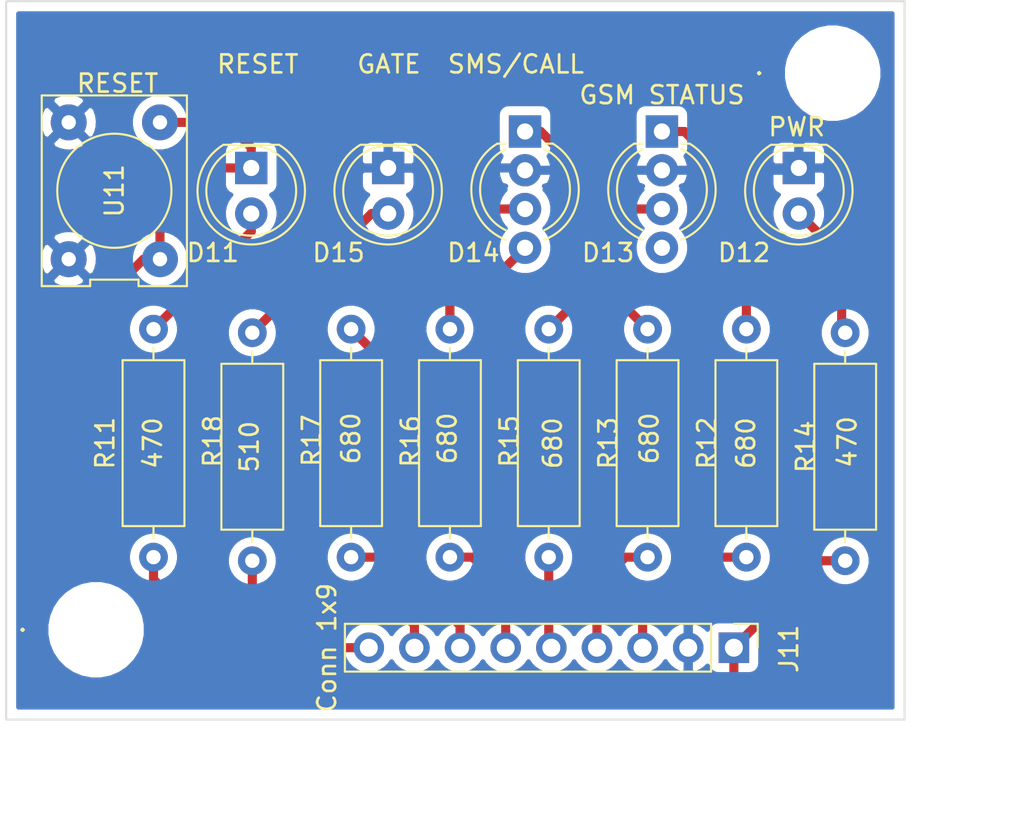
<source format=kicad_pcb>
(kicad_pcb (version 20171130) (host pcbnew "(5.1.6)-1")

  (general
    (thickness 1.6)
    (drawings 6)
    (tracks 76)
    (zones 0)
    (modules 17)
    (nets 19)
  )

  (page A4)
  (layers
    (0 F.Cu signal)
    (31 B.Cu signal)
    (32 B.Adhes user)
    (33 F.Adhes user)
    (34 B.Paste user)
    (35 F.Paste user)
    (36 B.SilkS user)
    (37 F.SilkS user)
    (38 B.Mask user)
    (39 F.Mask user)
    (40 Dwgs.User user)
    (41 Cmts.User user)
    (42 Eco1.User user)
    (43 Eco2.User user)
    (44 Edge.Cuts user)
    (45 Margin user)
    (46 B.CrtYd user)
    (47 F.CrtYd user hide)
    (48 B.Fab user)
    (49 F.Fab user hide)
  )

  (setup
    (last_trace_width 0.25)
    (user_trace_width 0.508)
    (user_trace_width 0.762)
    (user_trace_width 1.016)
    (user_trace_width 1.524)
    (user_trace_width 2.032)
    (trace_clearance 0.2)
    (zone_clearance 0.508)
    (zone_45_only no)
    (trace_min 0.2)
    (via_size 0.8)
    (via_drill 0.4)
    (via_min_size 0.4)
    (via_min_drill 0.3)
    (uvia_size 0.3)
    (uvia_drill 0.1)
    (uvias_allowed no)
    (uvia_min_size 0.2)
    (uvia_min_drill 0.1)
    (edge_width 0.1)
    (segment_width 0.2)
    (pcb_text_width 0.3)
    (pcb_text_size 1.5 1.5)
    (mod_edge_width 0.15)
    (mod_text_size 1 1)
    (mod_text_width 0.15)
    (pad_size 1.524 1.524)
    (pad_drill 0.762)
    (pad_to_mask_clearance 0)
    (aux_axis_origin 0 0)
    (visible_elements 7FFFFFFF)
    (pcbplotparams
      (layerselection 0x010fc_ffffffff)
      (usegerberextensions false)
      (usegerberattributes true)
      (usegerberadvancedattributes true)
      (creategerberjobfile true)
      (excludeedgelayer true)
      (linewidth 0.100000)
      (plotframeref false)
      (viasonmask false)
      (mode 1)
      (useauxorigin false)
      (hpglpennumber 1)
      (hpglpenspeed 20)
      (hpglpendiameter 15.000000)
      (psnegative false)
      (psa4output false)
      (plotreference true)
      (plotvalue true)
      (plotinvisibletext false)
      (padsonsilk false)
      (subtractmaskfromsilk false)
      (outputformat 1)
      (mirror false)
      (drillshape 0)
      (scaleselection 1)
      (outputdirectory "Gerber Display rev B/"))
  )

  (net 0 "")
  (net 1 "Net-(D11-Pad1)")
  (net 2 "Net-(D11-Pad2)")
  (net 3 "Net-(D12-Pad4)")
  (net 4 "Net-(D12-Pad3)")
  (net 5 GND)
  (net 6 "Net-(D12-Pad1)")
  (net 7 "Net-(D13-Pad2)")
  (net 8 "Net-(D14-Pad1)")
  (net 9 "Net-(D14-Pad3)")
  (net 10 "Net-(D14-Pad4)")
  (net 11 "Net-(D15-Pad2)")
  (net 12 +4V)
  (net 13 "Net-(J11-Pad3)")
  (net 14 "Net-(J11-Pad4)")
  (net 15 "Net-(J11-Pad5)")
  (net 16 "Net-(J11-Pad6)")
  (net 17 "Net-(J11-Pad7)")
  (net 18 "Net-(J11-Pad9)")

  (net_class Default "Questo è il gruppo di collegamenti predefinito"
    (clearance 0.2)
    (trace_width 0.25)
    (via_dia 0.8)
    (via_drill 0.4)
    (uvia_dia 0.3)
    (uvia_drill 0.1)
    (add_net +4V)
    (add_net GND)
    (add_net "Net-(D11-Pad1)")
    (add_net "Net-(D11-Pad2)")
    (add_net "Net-(D12-Pad1)")
    (add_net "Net-(D12-Pad3)")
    (add_net "Net-(D12-Pad4)")
    (add_net "Net-(D13-Pad2)")
    (add_net "Net-(D14-Pad1)")
    (add_net "Net-(D14-Pad3)")
    (add_net "Net-(D14-Pad4)")
    (add_net "Net-(D15-Pad2)")
    (add_net "Net-(J11-Pad3)")
    (add_net "Net-(J11-Pad4)")
    (add_net "Net-(J11-Pad5)")
    (add_net "Net-(J11-Pad6)")
    (add_net "Net-(J11-Pad7)")
    (add_net "Net-(J11-Pad9)")
  )

  (module Connector_PinHeader_2.54mm:PinHeader_1x09_P2.54mm_Vertical (layer F.Cu) (tedit 59FED5CC) (tstamp 5EFF1BF3)
    (at 170.5 116 270)
    (descr "Through hole straight pin header, 1x09, 2.54mm pitch, single row")
    (tags "Through hole pin header THT 1x09 2.54mm single row")
    (path /5F00DD86)
    (fp_text reference J11 (at 0.06 -3.06 90) (layer F.SilkS)
      (effects (font (size 1 1) (thickness 0.15)))
    )
    (fp_text value "Conn 1x9" (at 0 22.65 90) (layer F.SilkS)
      (effects (font (size 1 1) (thickness 0.15)))
    )
    (fp_line (start -0.635 -1.27) (end 1.27 -1.27) (layer F.Fab) (width 0.1))
    (fp_line (start 1.27 -1.27) (end 1.27 21.59) (layer F.Fab) (width 0.1))
    (fp_line (start 1.27 21.59) (end -1.27 21.59) (layer F.Fab) (width 0.1))
    (fp_line (start -1.27 21.59) (end -1.27 -0.635) (layer F.Fab) (width 0.1))
    (fp_line (start -1.27 -0.635) (end -0.635 -1.27) (layer F.Fab) (width 0.1))
    (fp_line (start -1.33 21.65) (end 1.33 21.65) (layer F.SilkS) (width 0.12))
    (fp_line (start -1.33 1.27) (end -1.33 21.65) (layer F.SilkS) (width 0.12))
    (fp_line (start 1.33 1.27) (end 1.33 21.65) (layer F.SilkS) (width 0.12))
    (fp_line (start -1.33 1.27) (end 1.33 1.27) (layer F.SilkS) (width 0.12))
    (fp_line (start -1.33 0) (end -1.33 -1.33) (layer F.SilkS) (width 0.12))
    (fp_line (start -1.33 -1.33) (end 0 -1.33) (layer F.SilkS) (width 0.12))
    (fp_line (start -1.8 -1.8) (end -1.8 22.1) (layer F.CrtYd) (width 0.05))
    (fp_line (start -1.8 22.1) (end 1.8 22.1) (layer F.CrtYd) (width 0.05))
    (fp_line (start 1.8 22.1) (end 1.8 -1.8) (layer F.CrtYd) (width 0.05))
    (fp_line (start 1.8 -1.8) (end -1.8 -1.8) (layer F.CrtYd) (width 0.05))
    (pad 1 thru_hole rect (at 0 0 270) (size 1.7 1.7) (drill 1) (layers *.Cu *.Mask)
      (net 12 +4V))
    (pad 2 thru_hole oval (at 0 2.54 270) (size 1.7 1.7) (drill 1) (layers *.Cu *.Mask)
      (net 5 GND))
    (pad 3 thru_hole oval (at 0 5.08 270) (size 1.7 1.7) (drill 1) (layers *.Cu *.Mask)
      (net 13 "Net-(J11-Pad3)"))
    (pad 4 thru_hole oval (at 0 7.62 270) (size 1.7 1.7) (drill 1) (layers *.Cu *.Mask)
      (net 14 "Net-(J11-Pad4)"))
    (pad 5 thru_hole oval (at 0 10.16 270) (size 1.7 1.7) (drill 1) (layers *.Cu *.Mask)
      (net 15 "Net-(J11-Pad5)"))
    (pad 6 thru_hole oval (at 0 12.7 270) (size 1.7 1.7) (drill 1) (layers *.Cu *.Mask)
      (net 16 "Net-(J11-Pad6)"))
    (pad 7 thru_hole oval (at 0 15.24 270) (size 1.7 1.7) (drill 1) (layers *.Cu *.Mask)
      (net 17 "Net-(J11-Pad7)"))
    (pad 8 thru_hole oval (at 0 17.78 270) (size 1.7 1.7) (drill 1) (layers *.Cu *.Mask)
      (net 1 "Net-(D11-Pad1)"))
    (pad 9 thru_hole oval (at 0 20.32 270) (size 1.7 1.7) (drill 1) (layers *.Cu *.Mask)
      (net 18 "Net-(J11-Pad9)"))
    (model ${KISYS3DMOD}/Connector_PinHeader_2.54mm.3dshapes/PinHeader_1x09_P2.54mm_Vertical.wrl
      (at (xyz 0 0 0))
      (scale (xyz 1 1 1))
      (rotate (xyz 0 0 0))
    )
  )

  (module MountingHole:MountingHole_4.3mm_M4_ISO14580 (layer F.Cu) (tedit 56D1B4CB) (tstamp 5F05F988)
    (at 135 115 90)
    (descr "Mounting Hole 4.3mm, no annular, M4, ISO14580")
    (tags "mounting hole 4.3mm no annular m4 iso14580")
    (attr virtual)
    (fp_text reference . (at 0 -4.5 90) (layer F.SilkS)
      (effects (font (size 1 1) (thickness 0.15)))
    )
    (fp_text value . (at 0 4.5 90) (layer F.Fab)
      (effects (font (size 1 1) (thickness 0.15)))
    )
    (fp_circle (center 0 0) (end 3.5 0) (layer Cmts.User) (width 0.15))
    (fp_circle (center 0 0) (end 3.75 0) (layer F.CrtYd) (width 0.05))
    (fp_text user %R (at 0.3 0 90) (layer F.Fab)
      (effects (font (size 1 1) (thickness 0.15)))
    )
    (pad 1 np_thru_hole circle (at 0 0 90) (size 4.3 4.3) (drill 4.3) (layers *.Cu *.Mask))
  )

  (module MountingHole:MountingHole_4.3mm_M4_ISO14580 (layer F.Cu) (tedit 56D1B4CB) (tstamp 5F05F96B)
    (at 176 84 90)
    (descr "Mounting Hole 4.3mm, no annular, M4, ISO14580")
    (tags "mounting hole 4.3mm no annular m4 iso14580")
    (attr virtual)
    (fp_text reference . (at 0 -4.5 90) (layer F.SilkS)
      (effects (font (size 1 1) (thickness 0.15)))
    )
    (fp_text value . (at -3.81 2.794 90) (layer F.Fab)
      (effects (font (size 1 1) (thickness 0.15)))
    )
    (fp_circle (center 0 0) (end 3.5 0) (layer Cmts.User) (width 0.15))
    (fp_circle (center 0 0) (end 3.75 0) (layer F.CrtYd) (width 0.05))
    (fp_text user %R (at 0.3 0 90) (layer F.Fab)
      (effects (font (size 1 1) (thickness 0.15)))
    )
    (pad 1 np_thru_hole circle (at 0 0 90) (size 4.3 4.3) (drill 4.3) (layers *.Cu *.Mask))
  )

  (module 000mylib:pulsante (layer F.Cu) (tedit 5EF4A406) (tstamp 5EFF1CC0)
    (at 136.016 90.55 90)
    (path /5ED984F1)
    (fp_text reference U11 (at 0 0 270) (layer F.SilkS)
      (effects (font (size 1 1) (thickness 0.15)))
    )
    (fp_text value RESET (at 5.98 0.18) (layer F.SilkS)
      (effects (font (size 1 1) (thickness 0.15)))
    )
    (fp_circle (center 0 0) (end 0.127 -3.175) (layer F.SilkS) (width 0.12))
    (fp_line (start -5.06 3.79) (end -5.06 -3.79) (layer F.CrtYd) (width 0.05))
    (fp_line (start 5.06 3.79) (end -5.06 3.79) (layer F.CrtYd) (width 0.05))
    (fp_line (start 5.06 -3.79) (end 5.06 3.79) (layer F.CrtYd) (width 0.05))
    (fp_line (start -5.06 -3.79) (end 5.06 -3.79) (layer F.CrtYd) (width 0.05))
    (fp_line (start -5.31 1.346666) (end -5.31 4.039999) (layer F.SilkS) (width 0.12))
    (fp_line (start -4.95 1.346666) (end -5.31 1.346666) (layer F.SilkS) (width 0.12))
    (fp_line (start -4.95 -1.346666) (end -4.95 1.346666) (layer F.SilkS) (width 0.12))
    (fp_line (start -5.31 -1.346666) (end -4.95 -1.346666) (layer F.SilkS) (width 0.12))
    (fp_line (start -5.31 -4.04) (end -5.31 -1.346666) (layer F.SilkS) (width 0.12))
    (fp_line (start 5.31 -4.039999) (end -5.31 -4.04) (layer F.SilkS) (width 0.12))
    (fp_line (start 5.31 4.04) (end 5.31 -4.039999) (layer F.SilkS) (width 0.12))
    (fp_line (start -5.31 4.039999) (end 5.31 4.04) (layer F.SilkS) (width 0.12))
    (pad 4 thru_hole circle (at -3.81 -2.54 90) (size 2 2) (drill 0.8) (layers *.Cu *.Mask)
      (net 5 GND))
    (pad 1 thru_hole circle (at -3.81 2.54 90) (size 2 2) (drill 0.8) (layers *.Cu *.Mask)
      (net 1 "Net-(D11-Pad1)"))
    (pad 3 thru_hole circle (at 3.81 -2.54 90) (size 2 2) (drill 0.8) (layers *.Cu *.Mask)
      (net 5 GND))
    (pad 2 thru_hole circle (at 3.81 2.54 90) (size 2 2) (drill 0.8) (layers *.Cu *.Mask)
      (net 1 "Net-(D11-Pad1)"))
  )

  (module Resistor_THT:R_Axial_DIN0309_L9.0mm_D3.2mm_P12.70mm_Horizontal (layer F.Cu) (tedit 5AE5139B) (tstamp 5EFF1C4F)
    (at 176.696 98.456 270)
    (descr "Resistor, Axial_DIN0309 series, Axial, Horizontal, pin pitch=12.7mm, 0.5W = 1/2W, length*diameter=9*3.2mm^2, http://cdn-reichelt.de/documents/datenblatt/B400/1_4W%23YAG.pdf")
    (tags "Resistor Axial_DIN0309 series Axial Horizontal pin pitch 12.7mm 0.5W = 1/2W length 9mm diameter 3.2mm")
    (path /5EED4353)
    (fp_text reference R14 (at 6.35 2.196 90) (layer F.SilkS)
      (effects (font (size 1 1) (thickness 0.15)))
    )
    (fp_text value 470 (at 6.084 -0.118 90) (layer F.SilkS)
      (effects (font (size 1 1) (thickness 0.15)))
    )
    (fp_line (start 13.75 -1.85) (end -1.05 -1.85) (layer F.CrtYd) (width 0.05))
    (fp_line (start 13.75 1.85) (end 13.75 -1.85) (layer F.CrtYd) (width 0.05))
    (fp_line (start -1.05 1.85) (end 13.75 1.85) (layer F.CrtYd) (width 0.05))
    (fp_line (start -1.05 -1.85) (end -1.05 1.85) (layer F.CrtYd) (width 0.05))
    (fp_line (start 11.66 0) (end 10.97 0) (layer F.SilkS) (width 0.12))
    (fp_line (start 1.04 0) (end 1.73 0) (layer F.SilkS) (width 0.12))
    (fp_line (start 10.97 -1.72) (end 1.73 -1.72) (layer F.SilkS) (width 0.12))
    (fp_line (start 10.97 1.72) (end 10.97 -1.72) (layer F.SilkS) (width 0.12))
    (fp_line (start 1.73 1.72) (end 10.97 1.72) (layer F.SilkS) (width 0.12))
    (fp_line (start 1.73 -1.72) (end 1.73 1.72) (layer F.SilkS) (width 0.12))
    (fp_line (start 12.7 0) (end 10.85 0) (layer F.Fab) (width 0.1))
    (fp_line (start 0 0) (end 1.85 0) (layer F.Fab) (width 0.1))
    (fp_line (start 10.85 -1.6) (end 1.85 -1.6) (layer F.Fab) (width 0.1))
    (fp_line (start 10.85 1.6) (end 10.85 -1.6) (layer F.Fab) (width 0.1))
    (fp_line (start 1.85 1.6) (end 10.85 1.6) (layer F.Fab) (width 0.1))
    (fp_line (start 1.85 -1.6) (end 1.85 1.6) (layer F.Fab) (width 0.1))
    (pad 2 thru_hole oval (at 12.7 0 270) (size 1.6 1.6) (drill 0.8) (layers *.Cu *.Mask)
      (net 12 +4V))
    (pad 1 thru_hole circle (at 0 0 270) (size 1.6 1.6) (drill 0.8) (layers *.Cu *.Mask)
      (net 7 "Net-(D13-Pad2)"))
    (model ${KISYS3DMOD}/Resistor_THT.3dshapes/R_Axial_DIN0309_L9.0mm_D3.2mm_P12.70mm_Horizontal.wrl
      (at (xyz 0 0 0))
      (scale (xyz 1 1 1))
      (rotate (xyz 0 0 0))
    )
  )

  (module Resistor_THT:R_Axial_DIN0309_L9.0mm_D3.2mm_P12.70mm_Horizontal (layer F.Cu) (tedit 5AE5139B) (tstamp 5EFF1C0A)
    (at 138.196 110.956 90)
    (descr "Resistor, Axial_DIN0309 series, Axial, Horizontal, pin pitch=12.7mm, 0.5W = 1/2W, length*diameter=9*3.2mm^2, http://cdn-reichelt.de/documents/datenblatt/B400/1_4W%23YAG.pdf")
    (tags "Resistor Axial_DIN0309 series Axial Horizontal pin pitch 12.7mm 0.5W = 1/2W length 9mm diameter 3.2mm")
    (path /5ED3D38D)
    (fp_text reference R11 (at 6.35 -2.696 90) (layer F.SilkS)
      (effects (font (size 1 1) (thickness 0.15)))
    )
    (fp_text value 470 (at 6.35 -0.042 90) (layer F.SilkS)
      (effects (font (size 1 1) (thickness 0.15)))
    )
    (fp_line (start 13.75 -1.85) (end -1.05 -1.85) (layer F.CrtYd) (width 0.05))
    (fp_line (start 13.75 1.85) (end 13.75 -1.85) (layer F.CrtYd) (width 0.05))
    (fp_line (start -1.05 1.85) (end 13.75 1.85) (layer F.CrtYd) (width 0.05))
    (fp_line (start -1.05 -1.85) (end -1.05 1.85) (layer F.CrtYd) (width 0.05))
    (fp_line (start 11.66 0) (end 10.97 0) (layer F.SilkS) (width 0.12))
    (fp_line (start 1.04 0) (end 1.73 0) (layer F.SilkS) (width 0.12))
    (fp_line (start 10.97 -1.72) (end 1.73 -1.72) (layer F.SilkS) (width 0.12))
    (fp_line (start 10.97 1.72) (end 10.97 -1.72) (layer F.SilkS) (width 0.12))
    (fp_line (start 1.73 1.72) (end 10.97 1.72) (layer F.SilkS) (width 0.12))
    (fp_line (start 1.73 -1.72) (end 1.73 1.72) (layer F.SilkS) (width 0.12))
    (fp_line (start 12.7 0) (end 10.85 0) (layer F.Fab) (width 0.1))
    (fp_line (start 0 0) (end 1.85 0) (layer F.Fab) (width 0.1))
    (fp_line (start 10.85 -1.6) (end 1.85 -1.6) (layer F.Fab) (width 0.1))
    (fp_line (start 10.85 1.6) (end 10.85 -1.6) (layer F.Fab) (width 0.1))
    (fp_line (start 1.85 1.6) (end 10.85 1.6) (layer F.Fab) (width 0.1))
    (fp_line (start 1.85 -1.6) (end 1.85 1.6) (layer F.Fab) (width 0.1))
    (pad 2 thru_hole oval (at 12.7 0 90) (size 1.6 1.6) (drill 0.8) (layers *.Cu *.Mask)
      (net 2 "Net-(D11-Pad2)"))
    (pad 1 thru_hole circle (at 0 0 90) (size 1.6 1.6) (drill 0.8) (layers *.Cu *.Mask)
      (net 12 +4V))
    (model ${KISYS3DMOD}/Resistor_THT.3dshapes/R_Axial_DIN0309_L9.0mm_D3.2mm_P12.70mm_Horizontal.wrl
      (at (xyz 0 0 0))
      (scale (xyz 1 1 1))
      (rotate (xyz 0 0 0))
    )
  )

  (module LED_THT:LED_D5.0mm-4_RGB_Wide_Pins (layer F.Cu) (tedit 5B74F76E) (tstamp 5EFF1BC4)
    (at 158.876 87.248 270)
    (descr "LED, diameter 5.0mm, 2 pins, diameter 5.0mm, 3 pins, diameter 5.0mm, 4 pins, http://www.kingbright.com/attachments/file/psearch/000/00/00/L-154A4SUREQBFZGEW(Ver.9A).pdf")
    (tags "LED diameter 5.0mm 2 pins diameter 5.0mm 3 pins diameter 5.0mm 4 pins RGB RGBLED")
    (path /5ECE03E8)
    (fp_text reference D14 (at 6.752 2.876) (layer F.SilkS)
      (effects (font (size 1 1) (thickness 0.15)))
    )
    (fp_text value SMS/CALL (at -3.748 0.508) (layer F.SilkS)
      (effects (font (size 1 1) (thickness 0.15)))
    )
    (fp_circle (center 3.2385 0) (end 5.7385 0) (layer F.Fab) (width 0.1))
    (fp_line (start 0.7385 -1.469694) (end 0.7385 1.469694) (layer F.Fab) (width 0.1))
    (fp_line (start 0.6785 -1.545) (end 0.6785 -1.08) (layer F.SilkS) (width 0.12))
    (fp_line (start 0.6785 1.08) (end 0.6785 1.545) (layer F.SilkS) (width 0.12))
    (fp_line (start -1.08 -3.25) (end -1.08 3.25) (layer F.CrtYd) (width 0.05))
    (fp_line (start -1.08 3.25) (end 7.56 3.25) (layer F.CrtYd) (width 0.05))
    (fp_line (start 7.56 3.25) (end 7.56 -3.25) (layer F.CrtYd) (width 0.05))
    (fp_line (start 7.56 -3.25) (end -1.08 -3.25) (layer F.CrtYd) (width 0.05))
    (fp_arc (start 3.2385 0) (end 0.7385 -1.469694) (angle 299.1) (layer F.Fab) (width 0.1))
    (fp_arc (start 3.2385 0) (end 0.6785 -1.54483) (angle 127.7) (layer F.SilkS) (width 0.12))
    (fp_arc (start 3.2385 0) (end 0.6785 1.54483) (angle -127.7) (layer F.SilkS) (width 0.12))
    (fp_arc (start 3.2385 0) (end 0.983816 -1.08) (angle 128.8) (layer F.SilkS) (width 0.12))
    (fp_arc (start 3.2385 0) (end 0.983816 1.08) (angle -128.8) (layer F.SilkS) (width 0.12))
    (pad 1 thru_hole rect (at 0 0 270) (size 1.8 1.8) (drill 0.9) (layers *.Cu *.Mask)
      (net 8 "Net-(D14-Pad1)"))
    (pad 2 thru_hole circle (at 2.159 0 270) (size 1.8 1.8) (drill 0.9) (layers *.Cu *.Mask)
      (net 5 GND))
    (pad 3 thru_hole circle (at 4.318 0 270) (size 1.8 1.8) (drill 0.9) (layers *.Cu *.Mask)
      (net 9 "Net-(D14-Pad3)"))
    (pad 4 thru_hole circle (at 6.477 0 270) (size 1.8 1.8) (drill 0.9) (layers *.Cu *.Mask)
      (net 10 "Net-(D14-Pad4)"))
    (model ${KISYS3DMOD}/LED_THT.3dshapes/LED_D5.0mm-4_RGB_Wide_Pins.wrl
      (at (xyz 0 0 0))
      (scale (xyz 1 1 1))
      (rotate (xyz 0 0 0))
    )
  )

  (module Resistor_THT:R_Axial_DIN0309_L9.0mm_D3.2mm_P12.70mm_Horizontal (layer F.Cu) (tedit 5AE5139B) (tstamp 5EFF1C66)
    (at 160.196 110.956 90)
    (descr "Resistor, Axial_DIN0309 series, Axial, Horizontal, pin pitch=12.7mm, 0.5W = 1/2W, length*diameter=9*3.2mm^2, http://cdn-reichelt.de/documents/datenblatt/B400/1_4W%23YAG.pdf")
    (tags "Resistor Axial_DIN0309 series Axial Horizontal pin pitch 12.7mm 0.5W = 1/2W length 9mm diameter 3.2mm")
    (path /5EECB1C1)
    (fp_text reference R15 (at 6.456 -2.196 90) (layer F.SilkS)
      (effects (font (size 1 1) (thickness 0.15)))
    )
    (fp_text value 680 (at 6.35 0.218 90) (layer F.SilkS)
      (effects (font (size 1 1) (thickness 0.15)))
    )
    (fp_line (start 1.85 -1.6) (end 1.85 1.6) (layer F.Fab) (width 0.1))
    (fp_line (start 1.85 1.6) (end 10.85 1.6) (layer F.Fab) (width 0.1))
    (fp_line (start 10.85 1.6) (end 10.85 -1.6) (layer F.Fab) (width 0.1))
    (fp_line (start 10.85 -1.6) (end 1.85 -1.6) (layer F.Fab) (width 0.1))
    (fp_line (start 0 0) (end 1.85 0) (layer F.Fab) (width 0.1))
    (fp_line (start 12.7 0) (end 10.85 0) (layer F.Fab) (width 0.1))
    (fp_line (start 1.73 -1.72) (end 1.73 1.72) (layer F.SilkS) (width 0.12))
    (fp_line (start 1.73 1.72) (end 10.97 1.72) (layer F.SilkS) (width 0.12))
    (fp_line (start 10.97 1.72) (end 10.97 -1.72) (layer F.SilkS) (width 0.12))
    (fp_line (start 10.97 -1.72) (end 1.73 -1.72) (layer F.SilkS) (width 0.12))
    (fp_line (start 1.04 0) (end 1.73 0) (layer F.SilkS) (width 0.12))
    (fp_line (start 11.66 0) (end 10.97 0) (layer F.SilkS) (width 0.12))
    (fp_line (start -1.05 -1.85) (end -1.05 1.85) (layer F.CrtYd) (width 0.05))
    (fp_line (start -1.05 1.85) (end 13.75 1.85) (layer F.CrtYd) (width 0.05))
    (fp_line (start 13.75 1.85) (end 13.75 -1.85) (layer F.CrtYd) (width 0.05))
    (fp_line (start 13.75 -1.85) (end -1.05 -1.85) (layer F.CrtYd) (width 0.05))
    (pad 1 thru_hole circle (at 0 0 90) (size 1.6 1.6) (drill 0.8) (layers *.Cu *.Mask)
      (net 15 "Net-(J11-Pad5)"))
    (pad 2 thru_hole oval (at 12.7 0 90) (size 1.6 1.6) (drill 0.8) (layers *.Cu *.Mask)
      (net 8 "Net-(D14-Pad1)"))
    (model ${KISYS3DMOD}/Resistor_THT.3dshapes/R_Axial_DIN0309_L9.0mm_D3.2mm_P12.70mm_Horizontal.wrl
      (at (xyz 0 0 0))
      (scale (xyz 1 1 1))
      (rotate (xyz 0 0 0))
    )
  )

  (module LED_THT:LED_D5.0mm (layer F.Cu) (tedit 5995936A) (tstamp 5F0593E2)
    (at 143.636 89.28 270)
    (descr "LED, diameter 5.0mm, 2 pins, http://cdn-reichelt.de/documents/datenblatt/A500/LL-504BC2E-009.pdf")
    (tags "LED diameter 5.0mm 2 pins")
    (path /5ED390BD)
    (fp_text reference D11 (at 4.72 2.136) (layer F.SilkS)
      (effects (font (size 1 1) (thickness 0.15)))
    )
    (fp_text value RESET (at -5.78 -0.364) (layer F.SilkS)
      (effects (font (size 1 1) (thickness 0.15)))
    )
    (fp_circle (center 1.27 0) (end 3.77 0) (layer F.Fab) (width 0.1))
    (fp_circle (center 1.27 0) (end 3.77 0) (layer F.SilkS) (width 0.12))
    (fp_line (start -1.23 -1.469694) (end -1.23 1.469694) (layer F.Fab) (width 0.1))
    (fp_line (start -1.29 -1.545) (end -1.29 1.545) (layer F.SilkS) (width 0.12))
    (fp_line (start -1.95 -3.25) (end -1.95 3.25) (layer F.CrtYd) (width 0.05))
    (fp_line (start -1.95 3.25) (end 4.5 3.25) (layer F.CrtYd) (width 0.05))
    (fp_line (start 4.5 3.25) (end 4.5 -3.25) (layer F.CrtYd) (width 0.05))
    (fp_line (start 4.5 -3.25) (end -1.95 -3.25) (layer F.CrtYd) (width 0.05))
    (fp_arc (start 1.27 0) (end -1.23 -1.469694) (angle 299.1) (layer F.Fab) (width 0.1))
    (fp_arc (start 1.27 0) (end -1.29 -1.54483) (angle 148.9) (layer F.SilkS) (width 0.12))
    (fp_arc (start 1.27 0) (end -1.29 1.54483) (angle -148.9) (layer F.SilkS) (width 0.12))
    (pad 1 thru_hole rect (at 0 0 270) (size 1.8 1.8) (drill 0.9) (layers *.Cu *.Mask)
      (net 1 "Net-(D11-Pad1)"))
    (pad 2 thru_hole circle (at 2.54 0 270) (size 1.8 1.8) (drill 0.9) (layers *.Cu *.Mask)
      (net 2 "Net-(D11-Pad2)"))
    (model ${KISYS3DMOD}/LED_THT.3dshapes/LED_D5.0mm.wrl
      (at (xyz 0 0 0))
      (scale (xyz 1 1 1))
      (rotate (xyz 0 0 0))
    )
  )

  (module LED_THT:LED_D5.0mm-4_RGB_Wide_Pins (layer F.Cu) (tedit 5B74F76E) (tstamp 5EFF1B9C)
    (at 166.496 87.248 270)
    (descr "LED, diameter 5.0mm, 2 pins, diameter 5.0mm, 3 pins, diameter 5.0mm, 4 pins, http://www.kingbright.com/attachments/file/psearch/000/00/00/L-154A4SUREQBFZGEW(Ver.9A).pdf")
    (tags "LED diameter 5.0mm 2 pins diameter 5.0mm 3 pins diameter 5.0mm 4 pins RGB RGBLED")
    (path /5ECE1ACE)
    (fp_text reference D12 (at 6.752 -4.572) (layer F.SilkS)
      (effects (font (size 1 1) (thickness 0.15)))
    )
    (fp_text value "GSM STATUS" (at -2.032 0) (layer F.SilkS)
      (effects (font (size 1 1) (thickness 0.15)))
    )
    (fp_line (start 7.56 -3.25) (end -1.08 -3.25) (layer F.CrtYd) (width 0.05))
    (fp_line (start 7.56 3.25) (end 7.56 -3.25) (layer F.CrtYd) (width 0.05))
    (fp_line (start -1.08 3.25) (end 7.56 3.25) (layer F.CrtYd) (width 0.05))
    (fp_line (start -1.08 -3.25) (end -1.08 3.25) (layer F.CrtYd) (width 0.05))
    (fp_line (start 0.6785 1.08) (end 0.6785 1.545) (layer F.SilkS) (width 0.12))
    (fp_line (start 0.6785 -1.545) (end 0.6785 -1.08) (layer F.SilkS) (width 0.12))
    (fp_line (start 0.7385 -1.469694) (end 0.7385 1.469694) (layer F.Fab) (width 0.1))
    (fp_circle (center 3.2385 0) (end 5.7385 0) (layer F.Fab) (width 0.1))
    (fp_arc (start 3.2385 0) (end 0.983816 1.08) (angle -128.8) (layer F.SilkS) (width 0.12))
    (fp_arc (start 3.2385 0) (end 0.983816 -1.08) (angle 128.8) (layer F.SilkS) (width 0.12))
    (fp_arc (start 3.2385 0) (end 0.6785 1.54483) (angle -127.7) (layer F.SilkS) (width 0.12))
    (fp_arc (start 3.2385 0) (end 0.6785 -1.54483) (angle 127.7) (layer F.SilkS) (width 0.12))
    (fp_arc (start 3.2385 0) (end 0.7385 -1.469694) (angle 299.1) (layer F.Fab) (width 0.1))
    (pad 4 thru_hole circle (at 6.477 0 270) (size 1.8 1.8) (drill 0.9) (layers *.Cu *.Mask)
      (net 3 "Net-(D12-Pad4)"))
    (pad 3 thru_hole circle (at 4.318 0 270) (size 1.8 1.8) (drill 0.9) (layers *.Cu *.Mask)
      (net 4 "Net-(D12-Pad3)"))
    (pad 2 thru_hole circle (at 2.159 0 270) (size 1.8 1.8) (drill 0.9) (layers *.Cu *.Mask)
      (net 5 GND))
    (pad 1 thru_hole rect (at 0 0 270) (size 1.8 1.8) (drill 0.9) (layers *.Cu *.Mask)
      (net 6 "Net-(D12-Pad1)"))
    (model ${KISYS3DMOD}/LED_THT.3dshapes/LED_D5.0mm-4_RGB_Wide_Pins.wrl
      (at (xyz 0 0 0))
      (scale (xyz 1 1 1))
      (rotate (xyz 0 0 0))
    )
  )

  (module LED_THT:LED_D5.0mm (layer F.Cu) (tedit 5995936A) (tstamp 5EFF1BAE)
    (at 174.116 89.28 270)
    (descr "LED, diameter 5.0mm, 2 pins, http://cdn-reichelt.de/documents/datenblatt/A500/LL-504BC2E-009.pdf")
    (tags "LED diameter 5.0mm 2 pins")
    (path /5EED2A0D)
    (fp_text reference D13 (at 4.72 10.616) (layer F.SilkS)
      (effects (font (size 1 1) (thickness 0.15)))
    )
    (fp_text value PWR (at -2.28 0.116) (layer F.SilkS)
      (effects (font (size 1 1) (thickness 0.15)))
    )
    (fp_circle (center 1.27 0) (end 3.77 0) (layer F.Fab) (width 0.1))
    (fp_circle (center 1.27 0) (end 3.77 0) (layer F.SilkS) (width 0.12))
    (fp_line (start -1.23 -1.469694) (end -1.23 1.469694) (layer F.Fab) (width 0.1))
    (fp_line (start -1.29 -1.545) (end -1.29 1.545) (layer F.SilkS) (width 0.12))
    (fp_line (start -1.95 -3.25) (end -1.95 3.25) (layer F.CrtYd) (width 0.05))
    (fp_line (start -1.95 3.25) (end 4.5 3.25) (layer F.CrtYd) (width 0.05))
    (fp_line (start 4.5 3.25) (end 4.5 -3.25) (layer F.CrtYd) (width 0.05))
    (fp_line (start 4.5 -3.25) (end -1.95 -3.25) (layer F.CrtYd) (width 0.05))
    (fp_arc (start 1.27 0) (end -1.23 -1.469694) (angle 299.1) (layer F.Fab) (width 0.1))
    (fp_arc (start 1.27 0) (end -1.29 -1.54483) (angle 148.9) (layer F.SilkS) (width 0.12))
    (fp_arc (start 1.27 0) (end -1.29 1.54483) (angle -148.9) (layer F.SilkS) (width 0.12))
    (pad 1 thru_hole rect (at 0 0 270) (size 1.8 1.8) (drill 0.9) (layers *.Cu *.Mask)
      (net 5 GND))
    (pad 2 thru_hole circle (at 2.54 0 270) (size 1.8 1.8) (drill 0.9) (layers *.Cu *.Mask)
      (net 7 "Net-(D13-Pad2)"))
    (model ${KISYS3DMOD}/LED_THT.3dshapes/LED_D5.0mm.wrl
      (at (xyz 0 0 0))
      (scale (xyz 1 1 1))
      (rotate (xyz 0 0 0))
    )
  )

  (module LED_THT:LED_D5.0mm (layer F.Cu) (tedit 5995936A) (tstamp 5EFF1BD6)
    (at 151.256 89.28 270)
    (descr "LED, diameter 5.0mm, 2 pins, http://cdn-reichelt.de/documents/datenblatt/A500/LL-504BC2E-009.pdf")
    (tags "LED diameter 5.0mm 2 pins")
    (path /5ED0E70D)
    (fp_text reference D15 (at 4.72 2.756) (layer F.SilkS)
      (effects (font (size 1 1) (thickness 0.15)))
    )
    (fp_text value GATE (at -5.78 -0.044) (layer F.SilkS)
      (effects (font (size 1 1) (thickness 0.15)))
    )
    (fp_line (start 4.5 -3.25) (end -1.95 -3.25) (layer F.CrtYd) (width 0.05))
    (fp_line (start 4.5 3.25) (end 4.5 -3.25) (layer F.CrtYd) (width 0.05))
    (fp_line (start -1.95 3.25) (end 4.5 3.25) (layer F.CrtYd) (width 0.05))
    (fp_line (start -1.95 -3.25) (end -1.95 3.25) (layer F.CrtYd) (width 0.05))
    (fp_line (start -1.29 -1.545) (end -1.29 1.545) (layer F.SilkS) (width 0.12))
    (fp_line (start -1.23 -1.469694) (end -1.23 1.469694) (layer F.Fab) (width 0.1))
    (fp_circle (center 1.27 0) (end 3.77 0) (layer F.SilkS) (width 0.12))
    (fp_circle (center 1.27 0) (end 3.77 0) (layer F.Fab) (width 0.1))
    (fp_arc (start 1.27 0) (end -1.29 1.54483) (angle -148.9) (layer F.SilkS) (width 0.12))
    (fp_arc (start 1.27 0) (end -1.29 -1.54483) (angle 148.9) (layer F.SilkS) (width 0.12))
    (fp_arc (start 1.27 0) (end -1.23 -1.469694) (angle 299.1) (layer F.Fab) (width 0.1))
    (pad 2 thru_hole circle (at 2.54 0 270) (size 1.8 1.8) (drill 0.9) (layers *.Cu *.Mask)
      (net 11 "Net-(D15-Pad2)"))
    (pad 1 thru_hole rect (at 0 0 270) (size 1.8 1.8) (drill 0.9) (layers *.Cu *.Mask)
      (net 5 GND))
    (model ${KISYS3DMOD}/LED_THT.3dshapes/LED_D5.0mm.wrl
      (at (xyz 0 0 0))
      (scale (xyz 1 1 1))
      (rotate (xyz 0 0 0))
    )
  )

  (module Resistor_THT:R_Axial_DIN0309_L9.0mm_D3.2mm_P12.70mm_Horizontal (layer F.Cu) (tedit 5AE5139B) (tstamp 5EFF1C21)
    (at 171.196 110.956 90)
    (descr "Resistor, Axial_DIN0309 series, Axial, Horizontal, pin pitch=12.7mm, 0.5W = 1/2W, length*diameter=9*3.2mm^2, http://cdn-reichelt.de/documents/datenblatt/B400/1_4W%23YAG.pdf")
    (tags "Resistor Axial_DIN0309 series Axial Horizontal pin pitch 12.7mm 0.5W = 1/2W length 9mm diameter 3.2mm")
    (path /5ECD15FE)
    (fp_text reference R12 (at 6.35 -2.196 90) (layer F.SilkS)
      (effects (font (size 1 1) (thickness 0.15)))
    )
    (fp_text value 680 (at 6.35 -0.022 90) (layer F.SilkS)
      (effects (font (size 1 1) (thickness 0.15)))
    )
    (fp_line (start 1.85 -1.6) (end 1.85 1.6) (layer F.Fab) (width 0.1))
    (fp_line (start 1.85 1.6) (end 10.85 1.6) (layer F.Fab) (width 0.1))
    (fp_line (start 10.85 1.6) (end 10.85 -1.6) (layer F.Fab) (width 0.1))
    (fp_line (start 10.85 -1.6) (end 1.85 -1.6) (layer F.Fab) (width 0.1))
    (fp_line (start 0 0) (end 1.85 0) (layer F.Fab) (width 0.1))
    (fp_line (start 12.7 0) (end 10.85 0) (layer F.Fab) (width 0.1))
    (fp_line (start 1.73 -1.72) (end 1.73 1.72) (layer F.SilkS) (width 0.12))
    (fp_line (start 1.73 1.72) (end 10.97 1.72) (layer F.SilkS) (width 0.12))
    (fp_line (start 10.97 1.72) (end 10.97 -1.72) (layer F.SilkS) (width 0.12))
    (fp_line (start 10.97 -1.72) (end 1.73 -1.72) (layer F.SilkS) (width 0.12))
    (fp_line (start 1.04 0) (end 1.73 0) (layer F.SilkS) (width 0.12))
    (fp_line (start 11.66 0) (end 10.97 0) (layer F.SilkS) (width 0.12))
    (fp_line (start -1.05 -1.85) (end -1.05 1.85) (layer F.CrtYd) (width 0.05))
    (fp_line (start -1.05 1.85) (end 13.75 1.85) (layer F.CrtYd) (width 0.05))
    (fp_line (start 13.75 1.85) (end 13.75 -1.85) (layer F.CrtYd) (width 0.05))
    (fp_line (start 13.75 -1.85) (end -1.05 -1.85) (layer F.CrtYd) (width 0.05))
    (pad 1 thru_hole circle (at 0 0 90) (size 1.6 1.6) (drill 0.8) (layers *.Cu *.Mask)
      (net 13 "Net-(J11-Pad3)"))
    (pad 2 thru_hole oval (at 12.7 0 90) (size 1.6 1.6) (drill 0.8) (layers *.Cu *.Mask)
      (net 6 "Net-(D12-Pad1)"))
    (model ${KISYS3DMOD}/Resistor_THT.3dshapes/R_Axial_DIN0309_L9.0mm_D3.2mm_P12.70mm_Horizontal.wrl
      (at (xyz 0 0 0))
      (scale (xyz 1 1 1))
      (rotate (xyz 0 0 0))
    )
  )

  (module Resistor_THT:R_Axial_DIN0309_L9.0mm_D3.2mm_P12.70mm_Horizontal (layer F.Cu) (tedit 5AE5139B) (tstamp 5EFF1C38)
    (at 165.696 110.956 90)
    (descr "Resistor, Axial_DIN0309 series, Axial, Horizontal, pin pitch=12.7mm, 0.5W = 1/2W, length*diameter=9*3.2mm^2, http://cdn-reichelt.de/documents/datenblatt/B400/1_4W%23YAG.pdf")
    (tags "Resistor Axial_DIN0309 series Axial Horizontal pin pitch 12.7mm 0.5W = 1/2W length 9mm diameter 3.2mm")
    (path /5ECD4276)
    (fp_text reference R13 (at 6.35 -2.196 90) (layer F.SilkS)
      (effects (font (size 1 1) (thickness 0.15)))
    )
    (fp_text value 680 (at 6.616 0.098 90) (layer F.SilkS)
      (effects (font (size 1 1) (thickness 0.15)))
    )
    (fp_line (start 13.75 -1.85) (end -1.05 -1.85) (layer F.CrtYd) (width 0.05))
    (fp_line (start 13.75 1.85) (end 13.75 -1.85) (layer F.CrtYd) (width 0.05))
    (fp_line (start -1.05 1.85) (end 13.75 1.85) (layer F.CrtYd) (width 0.05))
    (fp_line (start -1.05 -1.85) (end -1.05 1.85) (layer F.CrtYd) (width 0.05))
    (fp_line (start 11.66 0) (end 10.97 0) (layer F.SilkS) (width 0.12))
    (fp_line (start 1.04 0) (end 1.73 0) (layer F.SilkS) (width 0.12))
    (fp_line (start 10.97 -1.72) (end 1.73 -1.72) (layer F.SilkS) (width 0.12))
    (fp_line (start 10.97 1.72) (end 10.97 -1.72) (layer F.SilkS) (width 0.12))
    (fp_line (start 1.73 1.72) (end 10.97 1.72) (layer F.SilkS) (width 0.12))
    (fp_line (start 1.73 -1.72) (end 1.73 1.72) (layer F.SilkS) (width 0.12))
    (fp_line (start 12.7 0) (end 10.85 0) (layer F.Fab) (width 0.1))
    (fp_line (start 0 0) (end 1.85 0) (layer F.Fab) (width 0.1))
    (fp_line (start 10.85 -1.6) (end 1.85 -1.6) (layer F.Fab) (width 0.1))
    (fp_line (start 10.85 1.6) (end 10.85 -1.6) (layer F.Fab) (width 0.1))
    (fp_line (start 1.85 1.6) (end 10.85 1.6) (layer F.Fab) (width 0.1))
    (fp_line (start 1.85 -1.6) (end 1.85 1.6) (layer F.Fab) (width 0.1))
    (pad 2 thru_hole oval (at 12.7 0 90) (size 1.6 1.6) (drill 0.8) (layers *.Cu *.Mask)
      (net 4 "Net-(D12-Pad3)"))
    (pad 1 thru_hole circle (at 0 0 90) (size 1.6 1.6) (drill 0.8) (layers *.Cu *.Mask)
      (net 14 "Net-(J11-Pad4)"))
    (model ${KISYS3DMOD}/Resistor_THT.3dshapes/R_Axial_DIN0309_L9.0mm_D3.2mm_P12.70mm_Horizontal.wrl
      (at (xyz 0 0 0))
      (scale (xyz 1 1 1))
      (rotate (xyz 0 0 0))
    )
  )

  (module Resistor_THT:R_Axial_DIN0309_L9.0mm_D3.2mm_P12.70mm_Horizontal (layer F.Cu) (tedit 5AE5139B) (tstamp 5EFF1C7D)
    (at 154.696 110.956 90)
    (descr "Resistor, Axial_DIN0309 series, Axial, Horizontal, pin pitch=12.7mm, 0.5W = 1/2W, length*diameter=9*3.2mm^2, http://cdn-reichelt.de/documents/datenblatt/B400/1_4W%23YAG.pdf")
    (tags "Resistor Axial_DIN0309 series Axial Horizontal pin pitch 12.7mm 0.5W = 1/2W length 9mm diameter 3.2mm")
    (path /5ECD4BD2)
    (fp_text reference R16 (at 6.456 -2.196 90) (layer F.SilkS)
      (effects (font (size 1 1) (thickness 0.15)))
    )
    (fp_text value 680 (at 6.616 -0.142 90) (layer F.SilkS)
      (effects (font (size 1 1) (thickness 0.15)))
    )
    (fp_line (start 13.75 -1.85) (end -1.05 -1.85) (layer F.CrtYd) (width 0.05))
    (fp_line (start 13.75 1.85) (end 13.75 -1.85) (layer F.CrtYd) (width 0.05))
    (fp_line (start -1.05 1.85) (end 13.75 1.85) (layer F.CrtYd) (width 0.05))
    (fp_line (start -1.05 -1.85) (end -1.05 1.85) (layer F.CrtYd) (width 0.05))
    (fp_line (start 11.66 0) (end 10.97 0) (layer F.SilkS) (width 0.12))
    (fp_line (start 1.04 0) (end 1.73 0) (layer F.SilkS) (width 0.12))
    (fp_line (start 10.97 -1.72) (end 1.73 -1.72) (layer F.SilkS) (width 0.12))
    (fp_line (start 10.97 1.72) (end 10.97 -1.72) (layer F.SilkS) (width 0.12))
    (fp_line (start 1.73 1.72) (end 10.97 1.72) (layer F.SilkS) (width 0.12))
    (fp_line (start 1.73 -1.72) (end 1.73 1.72) (layer F.SilkS) (width 0.12))
    (fp_line (start 12.7 0) (end 10.85 0) (layer F.Fab) (width 0.1))
    (fp_line (start 0 0) (end 1.85 0) (layer F.Fab) (width 0.1))
    (fp_line (start 10.85 -1.6) (end 1.85 -1.6) (layer F.Fab) (width 0.1))
    (fp_line (start 10.85 1.6) (end 10.85 -1.6) (layer F.Fab) (width 0.1))
    (fp_line (start 1.85 1.6) (end 10.85 1.6) (layer F.Fab) (width 0.1))
    (fp_line (start 1.85 -1.6) (end 1.85 1.6) (layer F.Fab) (width 0.1))
    (pad 2 thru_hole oval (at 12.7 0 90) (size 1.6 1.6) (drill 0.8) (layers *.Cu *.Mask)
      (net 9 "Net-(D14-Pad3)"))
    (pad 1 thru_hole circle (at 0 0 90) (size 1.6 1.6) (drill 0.8) (layers *.Cu *.Mask)
      (net 16 "Net-(J11-Pad6)"))
    (model ${KISYS3DMOD}/Resistor_THT.3dshapes/R_Axial_DIN0309_L9.0mm_D3.2mm_P12.70mm_Horizontal.wrl
      (at (xyz 0 0 0))
      (scale (xyz 1 1 1))
      (rotate (xyz 0 0 0))
    )
  )

  (module Resistor_THT:R_Axial_DIN0309_L9.0mm_D3.2mm_P12.70mm_Horizontal (layer F.Cu) (tedit 5AE5139B) (tstamp 5EFF1C94)
    (at 149.196 110.956 90)
    (descr "Resistor, Axial_DIN0309 series, Axial, Horizontal, pin pitch=12.7mm, 0.5W = 1/2W, length*diameter=9*3.2mm^2, http://cdn-reichelt.de/documents/datenblatt/B400/1_4W%23YAG.pdf")
    (tags "Resistor Axial_DIN0309 series Axial Horizontal pin pitch 12.7mm 0.5W = 1/2W length 9mm diameter 3.2mm")
    (path /5ECD4D6E)
    (fp_text reference R17 (at 6.5 -2.196 90) (layer F.SilkS)
      (effects (font (size 1 1) (thickness 0.15)))
    )
    (fp_text value 680 (at 6.616 -0.008 90) (layer F.SilkS)
      (effects (font (size 1 1) (thickness 0.15)))
    )
    (fp_line (start 1.85 -1.6) (end 1.85 1.6) (layer F.Fab) (width 0.1))
    (fp_line (start 1.85 1.6) (end 10.85 1.6) (layer F.Fab) (width 0.1))
    (fp_line (start 10.85 1.6) (end 10.85 -1.6) (layer F.Fab) (width 0.1))
    (fp_line (start 10.85 -1.6) (end 1.85 -1.6) (layer F.Fab) (width 0.1))
    (fp_line (start 0 0) (end 1.85 0) (layer F.Fab) (width 0.1))
    (fp_line (start 12.7 0) (end 10.85 0) (layer F.Fab) (width 0.1))
    (fp_line (start 1.73 -1.72) (end 1.73 1.72) (layer F.SilkS) (width 0.12))
    (fp_line (start 1.73 1.72) (end 10.97 1.72) (layer F.SilkS) (width 0.12))
    (fp_line (start 10.97 1.72) (end 10.97 -1.72) (layer F.SilkS) (width 0.12))
    (fp_line (start 10.97 -1.72) (end 1.73 -1.72) (layer F.SilkS) (width 0.12))
    (fp_line (start 1.04 0) (end 1.73 0) (layer F.SilkS) (width 0.12))
    (fp_line (start 11.66 0) (end 10.97 0) (layer F.SilkS) (width 0.12))
    (fp_line (start -1.05 -1.85) (end -1.05 1.85) (layer F.CrtYd) (width 0.05))
    (fp_line (start -1.05 1.85) (end 13.75 1.85) (layer F.CrtYd) (width 0.05))
    (fp_line (start 13.75 1.85) (end 13.75 -1.85) (layer F.CrtYd) (width 0.05))
    (fp_line (start 13.75 -1.85) (end -1.05 -1.85) (layer F.CrtYd) (width 0.05))
    (pad 1 thru_hole circle (at 0 0 90) (size 1.6 1.6) (drill 0.8) (layers *.Cu *.Mask)
      (net 17 "Net-(J11-Pad7)"))
    (pad 2 thru_hole oval (at 12.7 0 90) (size 1.6 1.6) (drill 0.8) (layers *.Cu *.Mask)
      (net 10 "Net-(D14-Pad4)"))
    (model ${KISYS3DMOD}/Resistor_THT.3dshapes/R_Axial_DIN0309_L9.0mm_D3.2mm_P12.70mm_Horizontal.wrl
      (at (xyz 0 0 0))
      (scale (xyz 1 1 1))
      (rotate (xyz 0 0 0))
    )
  )

  (module Resistor_THT:R_Axial_DIN0309_L9.0mm_D3.2mm_P12.70mm_Horizontal (layer F.Cu) (tedit 5AE5139B) (tstamp 5EFF1CAB)
    (at 143.696 98.456 270)
    (descr "Resistor, Axial_DIN0309 series, Axial, Horizontal, pin pitch=12.7mm, 0.5W = 1/2W, length*diameter=9*3.2mm^2, http://cdn-reichelt.de/documents/datenblatt/B400/1_4W%23YAG.pdf")
    (tags "Resistor Axial_DIN0309 series Axial Horizontal pin pitch 12.7mm 0.5W = 1/2W length 9mm diameter 3.2mm")
    (path /5EDE5416)
    (fp_text reference R18 (at 6.044 2.196 90) (layer F.SilkS)
      (effects (font (size 1 1) (thickness 0.15)))
    )
    (fp_text value 510 (at 6.35 0.162 90) (layer F.SilkS)
      (effects (font (size 1 1) (thickness 0.15)))
    )
    (fp_line (start 1.85 -1.6) (end 1.85 1.6) (layer F.Fab) (width 0.1))
    (fp_line (start 1.85 1.6) (end 10.85 1.6) (layer F.Fab) (width 0.1))
    (fp_line (start 10.85 1.6) (end 10.85 -1.6) (layer F.Fab) (width 0.1))
    (fp_line (start 10.85 -1.6) (end 1.85 -1.6) (layer F.Fab) (width 0.1))
    (fp_line (start 0 0) (end 1.85 0) (layer F.Fab) (width 0.1))
    (fp_line (start 12.7 0) (end 10.85 0) (layer F.Fab) (width 0.1))
    (fp_line (start 1.73 -1.72) (end 1.73 1.72) (layer F.SilkS) (width 0.12))
    (fp_line (start 1.73 1.72) (end 10.97 1.72) (layer F.SilkS) (width 0.12))
    (fp_line (start 10.97 1.72) (end 10.97 -1.72) (layer F.SilkS) (width 0.12))
    (fp_line (start 10.97 -1.72) (end 1.73 -1.72) (layer F.SilkS) (width 0.12))
    (fp_line (start 1.04 0) (end 1.73 0) (layer F.SilkS) (width 0.12))
    (fp_line (start 11.66 0) (end 10.97 0) (layer F.SilkS) (width 0.12))
    (fp_line (start -1.05 -1.85) (end -1.05 1.85) (layer F.CrtYd) (width 0.05))
    (fp_line (start -1.05 1.85) (end 13.75 1.85) (layer F.CrtYd) (width 0.05))
    (fp_line (start 13.75 1.85) (end 13.75 -1.85) (layer F.CrtYd) (width 0.05))
    (fp_line (start 13.75 -1.85) (end -1.05 -1.85) (layer F.CrtYd) (width 0.05))
    (pad 1 thru_hole circle (at 0 0 270) (size 1.6 1.6) (drill 0.8) (layers *.Cu *.Mask)
      (net 11 "Net-(D15-Pad2)"))
    (pad 2 thru_hole oval (at 12.7 0 270) (size 1.6 1.6) (drill 0.8) (layers *.Cu *.Mask)
      (net 18 "Net-(J11-Pad9)"))
    (model ${KISYS3DMOD}/Resistor_THT.3dshapes/R_Axial_DIN0309_L9.0mm_D3.2mm_P12.70mm_Horizontal.wrl
      (at (xyz 0 0 0))
      (scale (xyz 1 1 1))
      (rotate (xyz 0 0 0))
    )
  )

  (dimension 40 (width 0.15) (layer Dwgs.User)
    (gr_text "40,000 mm" (at 185.3 100 90) (layer Dwgs.User)
      (effects (font (size 1 1) (thickness 0.15)))
    )
    (feature1 (pts (xy 180 80) (xy 184.586421 80)))
    (feature2 (pts (xy 180 120) (xy 184.586421 120)))
    (crossbar (pts (xy 184 120) (xy 184 80)))
    (arrow1a (pts (xy 184 80) (xy 184.586421 81.126504)))
    (arrow1b (pts (xy 184 80) (xy 183.413579 81.126504)))
    (arrow2a (pts (xy 184 120) (xy 184.586421 118.873496)))
    (arrow2b (pts (xy 184 120) (xy 183.413579 118.873496)))
  )
  (dimension 50 (width 0.15) (layer Dwgs.User)
    (gr_text "50,000 mm" (at 155 126.3) (layer Dwgs.User)
      (effects (font (size 1 1) (thickness 0.15)))
    )
    (feature1 (pts (xy 180 120) (xy 180 125.586421)))
    (feature2 (pts (xy 130 120) (xy 130 125.586421)))
    (crossbar (pts (xy 130 125) (xy 180 125)))
    (arrow1a (pts (xy 180 125) (xy 178.873496 125.586421)))
    (arrow1b (pts (xy 180 125) (xy 178.873496 124.413579)))
    (arrow2a (pts (xy 130 125) (xy 131.126504 125.586421)))
    (arrow2b (pts (xy 130 125) (xy 131.126504 124.413579)))
  )
  (gr_line (start 130 80) (end 130 120) (layer Edge.Cuts) (width 0.1) (tstamp 5F0608AD))
  (gr_line (start 180 80) (end 130 80) (layer Edge.Cuts) (width 0.1))
  (gr_line (start 180 120) (end 180 80) (layer Edge.Cuts) (width 0.1))
  (gr_line (start 130 120) (end 180 120) (layer Edge.Cuts) (width 0.1))

  (segment (start 138.556 94.36) (end 138.556 92.444) (width 0.508) (layer F.Cu) (net 1))
  (segment (start 141.72 89.28) (end 143.636 89.28) (width 0.508) (layer F.Cu) (net 1))
  (segment (start 138.556 92.444) (end 141.72 89.28) (width 0.508) (layer F.Cu) (net 1))
  (segment (start 143.636 89.28) (end 143.636 88.136) (width 0.508) (layer F.Cu) (net 1))
  (segment (start 143.636 88.136) (end 142.24 86.74) (width 0.508) (layer F.Cu) (net 1))
  (segment (start 142.24 86.74) (end 140.74 86.74) (width 0.508) (layer F.Cu) (net 1))
  (segment (start 138.556 86.74) (end 140.74 86.74) (width 0.508) (layer F.Cu) (net 1))
  (segment (start 137.5 101.5) (end 135.5 99.5) (width 0.508) (layer F.Cu) (net 1))
  (segment (start 152.72 114.72) (end 151.5 113.5) (width 0.508) (layer F.Cu) (net 1))
  (segment (start 135.5 96.5) (end 137.64 94.36) (width 0.508) (layer F.Cu) (net 1))
  (segment (start 135.5 99.5) (end 135.5 96.5) (width 0.508) (layer F.Cu) (net 1))
  (segment (start 152.72 116) (end 152.72 114.72) (width 0.508) (layer F.Cu) (net 1))
  (segment (start 137.64 94.36) (end 138.556 94.36) (width 0.508) (layer F.Cu) (net 1))
  (segment (start 148 113.5) (end 146.5 112) (width 0.508) (layer F.Cu) (net 1))
  (segment (start 151.5 113.5) (end 148 113.5) (width 0.508) (layer F.Cu) (net 1))
  (segment (start 146.5 112) (end 146.5 109.5) (width 0.508) (layer F.Cu) (net 1))
  (segment (start 146.5 109) (end 139 101.5) (width 0.508) (layer F.Cu) (net 1))
  (segment (start 146.5 109.5) (end 146.5 109) (width 0.508) (layer F.Cu) (net 1))
  (segment (start 139 101.5) (end 137.5 101.5) (width 0.508) (layer F.Cu) (net 1))
  (segment (start 143.636 92.816) (end 143.636 91.82) (width 0.508) (layer F.Cu) (net 2))
  (segment (start 138.196 98.256) (end 143.636 92.816) (width 0.508) (layer F.Cu) (net 2))
  (segment (start 166.496 91.566) (end 164.934 91.566) (width 0.508) (layer F.Cu) (net 4))
  (segment (start 164.934 91.566) (end 164 92.5) (width 0.508) (layer F.Cu) (net 4))
  (segment (start 164 96.56) (end 165.696 98.256) (width 0.508) (layer F.Cu) (net 4))
  (segment (start 164 92.5) (end 164 96.56) (width 0.508) (layer F.Cu) (net 4))
  (segment (start 151.256 89.28) (end 158.78 89.28) (width 0.508) (layer B.Cu) (net 5))
  (segment (start 158.876 89.376) (end 158.876 89.407) (width 0.508) (layer B.Cu) (net 5))
  (segment (start 158.78 89.28) (end 158.876 89.376) (width 0.508) (layer B.Cu) (net 5))
  (segment (start 158.876 89.407) (end 166.496 89.407) (width 0.508) (layer B.Cu) (net 5))
  (segment (start 173.989 89.407) (end 174.116 89.28) (width 0.508) (layer B.Cu) (net 5))
  (segment (start 166.496 89.407) (end 173.989 89.407) (width 0.508) (layer B.Cu) (net 5))
  (segment (start 166.496 87.248) (end 167.748 87.248) (width 0.508) (layer F.Cu) (net 6))
  (segment (start 171.196 90.696) (end 171.196 98.256) (width 0.508) (layer F.Cu) (net 6))
  (segment (start 167.748 87.248) (end 171.196 90.696) (width 0.508) (layer F.Cu) (net 6))
  (segment (start 174.116 91.82) (end 176.5 94.204) (width 0.508) (layer F.Cu) (net 7))
  (segment (start 176.5 98.26) (end 176.696 98.456) (width 0.508) (layer F.Cu) (net 7))
  (segment (start 176.5 94.204) (end 176.5 98.26) (width 0.508) (layer F.Cu) (net 7))
  (segment (start 161.5 96.952) (end 160.196 98.256) (width 0.508) (layer F.Cu) (net 8))
  (segment (start 161.5 89) (end 161.5 96.952) (width 0.508) (layer F.Cu) (net 8))
  (segment (start 158.876 87.248) (end 159.748 87.248) (width 0.508) (layer F.Cu) (net 8))
  (segment (start 159.748 87.248) (end 161.5 89) (width 0.508) (layer F.Cu) (net 8))
  (segment (start 154.696 98.256) (end 154.696 95.304) (width 0.508) (layer F.Cu) (net 9))
  (segment (start 154.696 98.256) (end 154.696 94.196) (width 0.508) (layer F.Cu) (net 9))
  (segment (start 157.326 91.566) (end 158.876 91.566) (width 0.508) (layer F.Cu) (net 9))
  (segment (start 154.696 94.196) (end 157.326 91.566) (width 0.508) (layer F.Cu) (net 9))
  (segment (start 157.5 99.5) (end 157.5 95.101) (width 0.508) (layer F.Cu) (net 10))
  (segment (start 157.5 95.101) (end 158.876 93.725) (width 0.508) (layer F.Cu) (net 10))
  (segment (start 151.94 101) (end 156 101) (width 0.508) (layer F.Cu) (net 10))
  (segment (start 156 101) (end 157.5 99.5) (width 0.508) (layer F.Cu) (net 10))
  (segment (start 149.196 98.256) (end 151.94 101) (width 0.508) (layer F.Cu) (net 10))
  (segment (start 150.332 91.82) (end 151.256 91.82) (width 0.508) (layer F.Cu) (net 11))
  (segment (start 143.696 98.456) (end 150.332 91.82) (width 0.508) (layer F.Cu) (net 11))
  (segment (start 175.344 111.156) (end 170.5 116) (width 0.508) (layer F.Cu) (net 12))
  (segment (start 176.696 111.156) (end 175.344 111.156) (width 0.508) (layer F.Cu) (net 12))
  (segment (start 138.196 110.956) (end 138.196 112.196) (width 0.508) (layer F.Cu) (net 12))
  (segment (start 138.196 112.196) (end 144.5 118.5) (width 0.508) (layer F.Cu) (net 12))
  (segment (start 144.5 118.5) (end 169.5 118.5) (width 0.508) (layer F.Cu) (net 12))
  (segment (start 170.5 117.5) (end 170.5 116) (width 0.508) (layer F.Cu) (net 12))
  (segment (start 169.5 118.5) (end 170.5 117.5) (width 0.508) (layer F.Cu) (net 12))
  (segment (start 165.42 116) (end 165.42 114.58) (width 0.508) (layer F.Cu) (net 13))
  (segment (start 169.044 110.956) (end 171.196 110.956) (width 0.508) (layer F.Cu) (net 13))
  (segment (start 165.42 114.58) (end 169.044 110.956) (width 0.508) (layer F.Cu) (net 13))
  (segment (start 164.456 110.956) (end 165.696 110.956) (width 0.508) (layer F.Cu) (net 14))
  (segment (start 162.88 112.532) (end 164.456 110.956) (width 0.508) (layer F.Cu) (net 14))
  (segment (start 162.88 116) (end 162.88 112.532) (width 0.508) (layer F.Cu) (net 14))
  (segment (start 160.196 115.856) (end 160.34 116) (width 0.508) (layer F.Cu) (net 15))
  (segment (start 160.196 110.956) (end 160.196 115.856) (width 0.508) (layer F.Cu) (net 15))
  (segment (start 154.696 110.956) (end 155.956 110.956) (width 0.508) (layer F.Cu) (net 16))
  (segment (start 157.8 112.8) (end 157.8 116) (width 0.508) (layer F.Cu) (net 16))
  (segment (start 155.956 110.956) (end 157.8 112.8) (width 0.508) (layer F.Cu) (net 16))
  (segment (start 149.196 110.956) (end 151.456 110.956) (width 0.508) (layer F.Cu) (net 17))
  (segment (start 155.26 114.76) (end 155.26 116) (width 0.508) (layer F.Cu) (net 17))
  (segment (start 151.456 110.956) (end 155.26 114.76) (width 0.508) (layer F.Cu) (net 17))
  (segment (start 143.696 111.156) (end 143.696 112.696) (width 0.508) (layer F.Cu) (net 18))
  (segment (start 147 116) (end 150.18 116) (width 0.508) (layer F.Cu) (net 18))
  (segment (start 143.696 112.696) (end 147 116) (width 0.508) (layer F.Cu) (net 18))

  (zone (net 5) (net_name GND) (layer B.Cu) (tstamp 5F0B2374) (hatch edge 0.508)
    (connect_pads (clearance 0.508))
    (min_thickness 0.254)
    (fill yes (arc_segments 32) (thermal_gap 0.508) (thermal_bridge_width 0.508))
    (polygon
      (pts
        (xy 179.9 119.9) (xy 130.1 119.9) (xy 130.1 80.1) (xy 179.9 80.1)
      )
    )
    (filled_polygon
      (pts
        (xy 179.315 119.315) (xy 130.685 119.315) (xy 130.685 114.725701) (xy 132.215 114.725701) (xy 132.215 115.274299)
        (xy 132.322026 115.812354) (xy 132.531965 116.319192) (xy 132.83675 116.775334) (xy 133.224666 117.16325) (xy 133.680808 117.468035)
        (xy 134.187646 117.677974) (xy 134.725701 117.785) (xy 135.274299 117.785) (xy 135.812354 117.677974) (xy 136.319192 117.468035)
        (xy 136.775334 117.16325) (xy 137.16325 116.775334) (xy 137.468035 116.319192) (xy 137.660831 115.85374) (xy 148.695 115.85374)
        (xy 148.695 116.14626) (xy 148.752068 116.433158) (xy 148.86401 116.703411) (xy 149.026525 116.946632) (xy 149.233368 117.153475)
        (xy 149.476589 117.31599) (xy 149.746842 117.427932) (xy 150.03374 117.485) (xy 150.32626 117.485) (xy 150.613158 117.427932)
        (xy 150.883411 117.31599) (xy 151.126632 117.153475) (xy 151.333475 116.946632) (xy 151.45 116.77224) (xy 151.566525 116.946632)
        (xy 151.773368 117.153475) (xy 152.016589 117.31599) (xy 152.286842 117.427932) (xy 152.57374 117.485) (xy 152.86626 117.485)
        (xy 153.153158 117.427932) (xy 153.423411 117.31599) (xy 153.666632 117.153475) (xy 153.873475 116.946632) (xy 153.99 116.77224)
        (xy 154.106525 116.946632) (xy 154.313368 117.153475) (xy 154.556589 117.31599) (xy 154.826842 117.427932) (xy 155.11374 117.485)
        (xy 155.40626 117.485) (xy 155.693158 117.427932) (xy 155.963411 117.31599) (xy 156.206632 117.153475) (xy 156.413475 116.946632)
        (xy 156.53 116.77224) (xy 156.646525 116.946632) (xy 156.853368 117.153475) (xy 157.096589 117.31599) (xy 157.366842 117.427932)
        (xy 157.65374 117.485) (xy 157.94626 117.485) (xy 158.233158 117.427932) (xy 158.503411 117.31599) (xy 158.746632 117.153475)
        (xy 158.953475 116.946632) (xy 159.07 116.77224) (xy 159.186525 116.946632) (xy 159.393368 117.153475) (xy 159.636589 117.31599)
        (xy 159.906842 117.427932) (xy 160.19374 117.485) (xy 160.48626 117.485) (xy 160.773158 117.427932) (xy 161.043411 117.31599)
        (xy 161.286632 117.153475) (xy 161.493475 116.946632) (xy 161.61 116.77224) (xy 161.726525 116.946632) (xy 161.933368 117.153475)
        (xy 162.176589 117.31599) (xy 162.446842 117.427932) (xy 162.73374 117.485) (xy 163.02626 117.485) (xy 163.313158 117.427932)
        (xy 163.583411 117.31599) (xy 163.826632 117.153475) (xy 164.033475 116.946632) (xy 164.15 116.77224) (xy 164.266525 116.946632)
        (xy 164.473368 117.153475) (xy 164.716589 117.31599) (xy 164.986842 117.427932) (xy 165.27374 117.485) (xy 165.56626 117.485)
        (xy 165.853158 117.427932) (xy 166.123411 117.31599) (xy 166.366632 117.153475) (xy 166.573475 116.946632) (xy 166.695195 116.764466)
        (xy 166.764822 116.881355) (xy 166.959731 117.097588) (xy 167.19308 117.271641) (xy 167.455901 117.396825) (xy 167.60311 117.441476)
        (xy 167.833 117.320155) (xy 167.833 116.127) (xy 167.813 116.127) (xy 167.813 115.873) (xy 167.833 115.873)
        (xy 167.833 114.679845) (xy 168.087 114.679845) (xy 168.087 115.873) (xy 168.107 115.873) (xy 168.107 116.127)
        (xy 168.087 116.127) (xy 168.087 117.320155) (xy 168.31689 117.441476) (xy 168.464099 117.396825) (xy 168.72692 117.271641)
        (xy 168.960269 117.097588) (xy 169.036034 117.013534) (xy 169.060498 117.09418) (xy 169.119463 117.204494) (xy 169.198815 117.301185)
        (xy 169.295506 117.380537) (xy 169.40582 117.439502) (xy 169.525518 117.475812) (xy 169.65 117.488072) (xy 171.35 117.488072)
        (xy 171.474482 117.475812) (xy 171.59418 117.439502) (xy 171.704494 117.380537) (xy 171.801185 117.301185) (xy 171.880537 117.204494)
        (xy 171.939502 117.09418) (xy 171.975812 116.974482) (xy 171.988072 116.85) (xy 171.988072 115.15) (xy 171.975812 115.025518)
        (xy 171.939502 114.90582) (xy 171.880537 114.795506) (xy 171.801185 114.698815) (xy 171.704494 114.619463) (xy 171.59418 114.560498)
        (xy 171.474482 114.524188) (xy 171.35 114.511928) (xy 169.65 114.511928) (xy 169.525518 114.524188) (xy 169.40582 114.560498)
        (xy 169.295506 114.619463) (xy 169.198815 114.698815) (xy 169.119463 114.795506) (xy 169.060498 114.90582) (xy 169.036034 114.986466)
        (xy 168.960269 114.902412) (xy 168.72692 114.728359) (xy 168.464099 114.603175) (xy 168.31689 114.558524) (xy 168.087 114.679845)
        (xy 167.833 114.679845) (xy 167.60311 114.558524) (xy 167.455901 114.603175) (xy 167.19308 114.728359) (xy 166.959731 114.902412)
        (xy 166.764822 115.118645) (xy 166.695195 115.235534) (xy 166.573475 115.053368) (xy 166.366632 114.846525) (xy 166.123411 114.68401)
        (xy 165.853158 114.572068) (xy 165.56626 114.515) (xy 165.27374 114.515) (xy 164.986842 114.572068) (xy 164.716589 114.68401)
        (xy 164.473368 114.846525) (xy 164.266525 115.053368) (xy 164.15 115.22776) (xy 164.033475 115.053368) (xy 163.826632 114.846525)
        (xy 163.583411 114.68401) (xy 163.313158 114.572068) (xy 163.02626 114.515) (xy 162.73374 114.515) (xy 162.446842 114.572068)
        (xy 162.176589 114.68401) (xy 161.933368 114.846525) (xy 161.726525 115.053368) (xy 161.61 115.22776) (xy 161.493475 115.053368)
        (xy 161.286632 114.846525) (xy 161.043411 114.68401) (xy 160.773158 114.572068) (xy 160.48626 114.515) (xy 160.19374 114.515)
        (xy 159.906842 114.572068) (xy 159.636589 114.68401) (xy 159.393368 114.846525) (xy 159.186525 115.053368) (xy 159.07 115.22776)
        (xy 158.953475 115.053368) (xy 158.746632 114.846525) (xy 158.503411 114.68401) (xy 158.233158 114.572068) (xy 157.94626 114.515)
        (xy 157.65374 114.515) (xy 157.366842 114.572068) (xy 157.096589 114.68401) (xy 156.853368 114.846525) (xy 156.646525 115.053368)
        (xy 156.53 115.22776) (xy 156.413475 115.053368) (xy 156.206632 114.846525) (xy 155.963411 114.68401) (xy 155.693158 114.572068)
        (xy 155.40626 114.515) (xy 155.11374 114.515) (xy 154.826842 114.572068) (xy 154.556589 114.68401) (xy 154.313368 114.846525)
        (xy 154.106525 115.053368) (xy 153.99 115.22776) (xy 153.873475 115.053368) (xy 153.666632 114.846525) (xy 153.423411 114.68401)
        (xy 153.153158 114.572068) (xy 152.86626 114.515) (xy 152.57374 114.515) (xy 152.286842 114.572068) (xy 152.016589 114.68401)
        (xy 151.773368 114.846525) (xy 151.566525 115.053368) (xy 151.45 115.22776) (xy 151.333475 115.053368) (xy 151.126632 114.846525)
        (xy 150.883411 114.68401) (xy 150.613158 114.572068) (xy 150.32626 114.515) (xy 150.03374 114.515) (xy 149.746842 114.572068)
        (xy 149.476589 114.68401) (xy 149.233368 114.846525) (xy 149.026525 115.053368) (xy 148.86401 115.296589) (xy 148.752068 115.566842)
        (xy 148.695 115.85374) (xy 137.660831 115.85374) (xy 137.677974 115.812354) (xy 137.785 115.274299) (xy 137.785 114.725701)
        (xy 137.677974 114.187646) (xy 137.468035 113.680808) (xy 137.16325 113.224666) (xy 136.775334 112.83675) (xy 136.319192 112.531965)
        (xy 135.812354 112.322026) (xy 135.274299 112.215) (xy 134.725701 112.215) (xy 134.187646 112.322026) (xy 133.680808 112.531965)
        (xy 133.224666 112.83675) (xy 132.83675 113.224666) (xy 132.531965 113.680808) (xy 132.322026 114.187646) (xy 132.215 114.725701)
        (xy 130.685 114.725701) (xy 130.685 110.814665) (xy 136.761 110.814665) (xy 136.761 111.097335) (xy 136.816147 111.374574)
        (xy 136.92432 111.635727) (xy 137.081363 111.870759) (xy 137.281241 112.070637) (xy 137.516273 112.22768) (xy 137.777426 112.335853)
        (xy 138.054665 112.391) (xy 138.337335 112.391) (xy 138.614574 112.335853) (xy 138.875727 112.22768) (xy 139.110759 112.070637)
        (xy 139.310637 111.870759) (xy 139.46768 111.635727) (xy 139.575853 111.374574) (xy 139.631 111.097335) (xy 139.631 111.014665)
        (xy 142.261 111.014665) (xy 142.261 111.297335) (xy 142.316147 111.574574) (xy 142.42432 111.835727) (xy 142.581363 112.070759)
        (xy 142.781241 112.270637) (xy 143.016273 112.42768) (xy 143.277426 112.535853) (xy 143.554665 112.591) (xy 143.837335 112.591)
        (xy 144.114574 112.535853) (xy 144.375727 112.42768) (xy 144.610759 112.270637) (xy 144.810637 112.070759) (xy 144.96768 111.835727)
        (xy 145.075853 111.574574) (xy 145.131 111.297335) (xy 145.131 111.014665) (xy 145.091217 110.814665) (xy 147.761 110.814665)
        (xy 147.761 111.097335) (xy 147.816147 111.374574) (xy 147.92432 111.635727) (xy 148.081363 111.870759) (xy 148.281241 112.070637)
        (xy 148.516273 112.22768) (xy 148.777426 112.335853) (xy 149.054665 112.391) (xy 149.337335 112.391) (xy 149.614574 112.335853)
        (xy 149.875727 112.22768) (xy 150.110759 112.070637) (xy 150.310637 111.870759) (xy 150.46768 111.635727) (xy 150.575853 111.374574)
        (xy 150.631 111.097335) (xy 150.631 110.814665) (xy 153.261 110.814665) (xy 153.261 111.097335) (xy 153.316147 111.374574)
        (xy 153.42432 111.635727) (xy 153.581363 111.870759) (xy 153.781241 112.070637) (xy 154.016273 112.22768) (xy 154.277426 112.335853)
        (xy 154.554665 112.391) (xy 154.837335 112.391) (xy 155.114574 112.335853) (xy 155.375727 112.22768) (xy 155.610759 112.070637)
        (xy 155.810637 111.870759) (xy 155.96768 111.635727) (xy 156.075853 111.374574) (xy 156.131 111.097335) (xy 156.131 110.814665)
        (xy 158.761 110.814665) (xy 158.761 111.097335) (xy 158.816147 111.374574) (xy 158.92432 111.635727) (xy 159.081363 111.870759)
        (xy 159.281241 112.070637) (xy 159.516273 112.22768) (xy 159.777426 112.335853) (xy 160.054665 112.391) (xy 160.337335 112.391)
        (xy 160.614574 112.335853) (xy 160.875727 112.22768) (xy 161.110759 112.070637) (xy 161.310637 111.870759) (xy 161.46768 111.635727)
        (xy 161.575853 111.374574) (xy 161.631 111.097335) (xy 161.631 110.814665) (xy 164.261 110.814665) (xy 164.261 111.097335)
        (xy 164.316147 111.374574) (xy 164.42432 111.635727) (xy 164.581363 111.870759) (xy 164.781241 112.070637) (xy 165.016273 112.22768)
        (xy 165.277426 112.335853) (xy 165.554665 112.391) (xy 165.837335 112.391) (xy 166.114574 112.335853) (xy 166.375727 112.22768)
        (xy 166.610759 112.070637) (xy 166.810637 111.870759) (xy 166.96768 111.635727) (xy 167.075853 111.374574) (xy 167.131 111.097335)
        (xy 167.131 110.814665) (xy 169.761 110.814665) (xy 169.761 111.097335) (xy 169.816147 111.374574) (xy 169.92432 111.635727)
        (xy 170.081363 111.870759) (xy 170.281241 112.070637) (xy 170.516273 112.22768) (xy 170.777426 112.335853) (xy 171.054665 112.391)
        (xy 171.337335 112.391) (xy 171.614574 112.335853) (xy 171.875727 112.22768) (xy 172.110759 112.070637) (xy 172.310637 111.870759)
        (xy 172.46768 111.635727) (xy 172.575853 111.374574) (xy 172.631 111.097335) (xy 172.631 111.014665) (xy 175.261 111.014665)
        (xy 175.261 111.297335) (xy 175.316147 111.574574) (xy 175.42432 111.835727) (xy 175.581363 112.070759) (xy 175.781241 112.270637)
        (xy 176.016273 112.42768) (xy 176.277426 112.535853) (xy 176.554665 112.591) (xy 176.837335 112.591) (xy 177.114574 112.535853)
        (xy 177.375727 112.42768) (xy 177.610759 112.270637) (xy 177.810637 112.070759) (xy 177.96768 111.835727) (xy 178.075853 111.574574)
        (xy 178.131 111.297335) (xy 178.131 111.014665) (xy 178.075853 110.737426) (xy 177.96768 110.476273) (xy 177.810637 110.241241)
        (xy 177.610759 110.041363) (xy 177.375727 109.88432) (xy 177.114574 109.776147) (xy 176.837335 109.721) (xy 176.554665 109.721)
        (xy 176.277426 109.776147) (xy 176.016273 109.88432) (xy 175.781241 110.041363) (xy 175.581363 110.241241) (xy 175.42432 110.476273)
        (xy 175.316147 110.737426) (xy 175.261 111.014665) (xy 172.631 111.014665) (xy 172.631 110.814665) (xy 172.575853 110.537426)
        (xy 172.46768 110.276273) (xy 172.310637 110.041241) (xy 172.110759 109.841363) (xy 171.875727 109.68432) (xy 171.614574 109.576147)
        (xy 171.337335 109.521) (xy 171.054665 109.521) (xy 170.777426 109.576147) (xy 170.516273 109.68432) (xy 170.281241 109.841363)
        (xy 170.081363 110.041241) (xy 169.92432 110.276273) (xy 169.816147 110.537426) (xy 169.761 110.814665) (xy 167.131 110.814665)
        (xy 167.075853 110.537426) (xy 166.96768 110.276273) (xy 166.810637 110.041241) (xy 166.610759 109.841363) (xy 166.375727 109.68432)
        (xy 166.114574 109.576147) (xy 165.837335 109.521) (xy 165.554665 109.521) (xy 165.277426 109.576147) (xy 165.016273 109.68432)
        (xy 164.781241 109.841363) (xy 164.581363 110.041241) (xy 164.42432 110.276273) (xy 164.316147 110.537426) (xy 164.261 110.814665)
        (xy 161.631 110.814665) (xy 161.575853 110.537426) (xy 161.46768 110.276273) (xy 161.310637 110.041241) (xy 161.110759 109.841363)
        (xy 160.875727 109.68432) (xy 160.614574 109.576147) (xy 160.337335 109.521) (xy 160.054665 109.521) (xy 159.777426 109.576147)
        (xy 159.516273 109.68432) (xy 159.281241 109.841363) (xy 159.081363 110.041241) (xy 158.92432 110.276273) (xy 158.816147 110.537426)
        (xy 158.761 110.814665) (xy 156.131 110.814665) (xy 156.075853 110.537426) (xy 155.96768 110.276273) (xy 155.810637 110.041241)
        (xy 155.610759 109.841363) (xy 155.375727 109.68432) (xy 155.114574 109.576147) (xy 154.837335 109.521) (xy 154.554665 109.521)
        (xy 154.277426 109.576147) (xy 154.016273 109.68432) (xy 153.781241 109.841363) (xy 153.581363 110.041241) (xy 153.42432 110.276273)
        (xy 153.316147 110.537426) (xy 153.261 110.814665) (xy 150.631 110.814665) (xy 150.575853 110.537426) (xy 150.46768 110.276273)
        (xy 150.310637 110.041241) (xy 150.110759 109.841363) (xy 149.875727 109.68432) (xy 149.614574 109.576147) (xy 149.337335 109.521)
        (xy 149.054665 109.521) (xy 148.777426 109.576147) (xy 148.516273 109.68432) (xy 148.281241 109.841363) (xy 148.081363 110.041241)
        (xy 147.92432 110.276273) (xy 147.816147 110.537426) (xy 147.761 110.814665) (xy 145.091217 110.814665) (xy 145.075853 110.737426)
        (xy 144.96768 110.476273) (xy 144.810637 110.241241) (xy 144.610759 110.041363) (xy 144.375727 109.88432) (xy 144.114574 109.776147)
        (xy 143.837335 109.721) (xy 143.554665 109.721) (xy 143.277426 109.776147) (xy 143.016273 109.88432) (xy 142.781241 110.041363)
        (xy 142.581363 110.241241) (xy 142.42432 110.476273) (xy 142.316147 110.737426) (xy 142.261 111.014665) (xy 139.631 111.014665)
        (xy 139.631 110.814665) (xy 139.575853 110.537426) (xy 139.46768 110.276273) (xy 139.310637 110.041241) (xy 139.110759 109.841363)
        (xy 138.875727 109.68432) (xy 138.614574 109.576147) (xy 138.337335 109.521) (xy 138.054665 109.521) (xy 137.777426 109.576147)
        (xy 137.516273 109.68432) (xy 137.281241 109.841363) (xy 137.081363 110.041241) (xy 136.92432 110.276273) (xy 136.816147 110.537426)
        (xy 136.761 110.814665) (xy 130.685 110.814665) (xy 130.685 98.114665) (xy 136.761 98.114665) (xy 136.761 98.397335)
        (xy 136.816147 98.674574) (xy 136.92432 98.935727) (xy 137.081363 99.170759) (xy 137.281241 99.370637) (xy 137.516273 99.52768)
        (xy 137.777426 99.635853) (xy 138.054665 99.691) (xy 138.337335 99.691) (xy 138.614574 99.635853) (xy 138.875727 99.52768)
        (xy 139.110759 99.370637) (xy 139.310637 99.170759) (xy 139.46768 98.935727) (xy 139.575853 98.674574) (xy 139.631 98.397335)
        (xy 139.631 98.314665) (xy 142.261 98.314665) (xy 142.261 98.597335) (xy 142.316147 98.874574) (xy 142.42432 99.135727)
        (xy 142.581363 99.370759) (xy 142.781241 99.570637) (xy 143.016273 99.72768) (xy 143.277426 99.835853) (xy 143.554665 99.891)
        (xy 143.837335 99.891) (xy 144.114574 99.835853) (xy 144.375727 99.72768) (xy 144.610759 99.570637) (xy 144.810637 99.370759)
        (xy 144.96768 99.135727) (xy 145.075853 98.874574) (xy 145.131 98.597335) (xy 145.131 98.314665) (xy 145.091217 98.114665)
        (xy 147.761 98.114665) (xy 147.761 98.397335) (xy 147.816147 98.674574) (xy 147.92432 98.935727) (xy 148.081363 99.170759)
        (xy 148.281241 99.370637) (xy 148.516273 99.52768) (xy 148.777426 99.635853) (xy 149.054665 99.691) (xy 149.337335 99.691)
        (xy 149.614574 99.635853) (xy 149.875727 99.52768) (xy 150.110759 99.370637) (xy 150.310637 99.170759) (xy 150.46768 98.935727)
        (xy 150.575853 98.674574) (xy 150.631 98.397335) (xy 150.631 98.114665) (xy 153.261 98.114665) (xy 153.261 98.397335)
        (xy 153.316147 98.674574) (xy 153.42432 98.935727) (xy 153.581363 99.170759) (xy 153.781241 99.370637) (xy 154.016273 99.52768)
        (xy 154.277426 99.635853) (xy 154.554665 99.691) (xy 154.837335 99.691) (xy 155.114574 99.635853) (xy 155.375727 99.52768)
        (xy 155.610759 99.370637) (xy 155.810637 99.170759) (xy 155.96768 98.935727) (xy 156.075853 98.674574) (xy 156.131 98.397335)
        (xy 156.131 98.114665) (xy 158.761 98.114665) (xy 158.761 98.397335) (xy 158.816147 98.674574) (xy 158.92432 98.935727)
        (xy 159.081363 99.170759) (xy 159.281241 99.370637) (xy 159.516273 99.52768) (xy 159.777426 99.635853) (xy 160.054665 99.691)
        (xy 160.337335 99.691) (xy 160.614574 99.635853) (xy 160.875727 99.52768) (xy 161.110759 99.370637) (xy 161.310637 99.170759)
        (xy 161.46768 98.935727) (xy 161.575853 98.674574) (xy 161.631 98.397335) (xy 161.631 98.114665) (xy 164.261 98.114665)
        (xy 164.261 98.397335) (xy 164.316147 98.674574) (xy 164.42432 98.935727) (xy 164.581363 99.170759) (xy 164.781241 99.370637)
        (xy 165.016273 99.52768) (xy 165.277426 99.635853) (xy 165.554665 99.691) (xy 165.837335 99.691) (xy 166.114574 99.635853)
        (xy 166.375727 99.52768) (xy 166.610759 99.370637) (xy 166.810637 99.170759) (xy 166.96768 98.935727) (xy 167.075853 98.674574)
        (xy 167.131 98.397335) (xy 167.131 98.114665) (xy 169.761 98.114665) (xy 169.761 98.397335) (xy 169.816147 98.674574)
        (xy 169.92432 98.935727) (xy 170.081363 99.170759) (xy 170.281241 99.370637) (xy 170.516273 99.52768) (xy 170.777426 99.635853)
        (xy 171.054665 99.691) (xy 171.337335 99.691) (xy 171.614574 99.635853) (xy 171.875727 99.52768) (xy 172.110759 99.370637)
        (xy 172.310637 99.170759) (xy 172.46768 98.935727) (xy 172.575853 98.674574) (xy 172.631 98.397335) (xy 172.631 98.314665)
        (xy 175.261 98.314665) (xy 175.261 98.597335) (xy 175.316147 98.874574) (xy 175.42432 99.135727) (xy 175.581363 99.370759)
        (xy 175.781241 99.570637) (xy 176.016273 99.72768) (xy 176.277426 99.835853) (xy 176.554665 99.891) (xy 176.837335 99.891)
        (xy 177.114574 99.835853) (xy 177.375727 99.72768) (xy 177.610759 99.570637) (xy 177.810637 99.370759) (xy 177.96768 99.135727)
        (xy 178.075853 98.874574) (xy 178.131 98.597335) (xy 178.131 98.314665) (xy 178.075853 98.037426) (xy 177.96768 97.776273)
        (xy 177.810637 97.541241) (xy 177.610759 97.341363) (xy 177.375727 97.18432) (xy 177.114574 97.076147) (xy 176.837335 97.021)
        (xy 176.554665 97.021) (xy 176.277426 97.076147) (xy 176.016273 97.18432) (xy 175.781241 97.341363) (xy 175.581363 97.541241)
        (xy 175.42432 97.776273) (xy 175.316147 98.037426) (xy 175.261 98.314665) (xy 172.631 98.314665) (xy 172.631 98.114665)
        (xy 172.575853 97.837426) (xy 172.46768 97.576273) (xy 172.310637 97.341241) (xy 172.110759 97.141363) (xy 171.875727 96.98432)
        (xy 171.614574 96.876147) (xy 171.337335 96.821) (xy 171.054665 96.821) (xy 170.777426 96.876147) (xy 170.516273 96.98432)
        (xy 170.281241 97.141363) (xy 170.081363 97.341241) (xy 169.92432 97.576273) (xy 169.816147 97.837426) (xy 169.761 98.114665)
        (xy 167.131 98.114665) (xy 167.075853 97.837426) (xy 166.96768 97.576273) (xy 166.810637 97.341241) (xy 166.610759 97.141363)
        (xy 166.375727 96.98432) (xy 166.114574 96.876147) (xy 165.837335 96.821) (xy 165.554665 96.821) (xy 165.277426 96.876147)
        (xy 165.016273 96.98432) (xy 164.781241 97.141363) (xy 164.581363 97.341241) (xy 164.42432 97.576273) (xy 164.316147 97.837426)
        (xy 164.261 98.114665) (xy 161.631 98.114665) (xy 161.575853 97.837426) (xy 161.46768 97.576273) (xy 161.310637 97.341241)
        (xy 161.110759 97.141363) (xy 160.875727 96.98432) (xy 160.614574 96.876147) (xy 160.337335 96.821) (xy 160.054665 96.821)
        (xy 159.777426 96.876147) (xy 159.516273 96.98432) (xy 159.281241 97.141363) (xy 159.081363 97.341241) (xy 158.92432 97.576273)
        (xy 158.816147 97.837426) (xy 158.761 98.114665) (xy 156.131 98.114665) (xy 156.075853 97.837426) (xy 155.96768 97.576273)
        (xy 155.810637 97.341241) (xy 155.610759 97.141363) (xy 155.375727 96.98432) (xy 155.114574 96.876147) (xy 154.837335 96.821)
        (xy 154.554665 96.821) (xy 154.277426 96.876147) (xy 154.016273 96.98432) (xy 153.781241 97.141363) (xy 153.581363 97.341241)
        (xy 153.42432 97.576273) (xy 153.316147 97.837426) (xy 153.261 98.114665) (xy 150.631 98.114665) (xy 150.575853 97.837426)
        (xy 150.46768 97.576273) (xy 150.310637 97.341241) (xy 150.110759 97.141363) (xy 149.875727 96.98432) (xy 149.614574 96.876147)
        (xy 149.337335 96.821) (xy 149.054665 96.821) (xy 148.777426 96.876147) (xy 148.516273 96.98432) (xy 148.281241 97.141363)
        (xy 148.081363 97.341241) (xy 147.92432 97.576273) (xy 147.816147 97.837426) (xy 147.761 98.114665) (xy 145.091217 98.114665)
        (xy 145.075853 98.037426) (xy 144.96768 97.776273) (xy 144.810637 97.541241) (xy 144.610759 97.341363) (xy 144.375727 97.18432)
        (xy 144.114574 97.076147) (xy 143.837335 97.021) (xy 143.554665 97.021) (xy 143.277426 97.076147) (xy 143.016273 97.18432)
        (xy 142.781241 97.341363) (xy 142.581363 97.541241) (xy 142.42432 97.776273) (xy 142.316147 98.037426) (xy 142.261 98.314665)
        (xy 139.631 98.314665) (xy 139.631 98.114665) (xy 139.575853 97.837426) (xy 139.46768 97.576273) (xy 139.310637 97.341241)
        (xy 139.110759 97.141363) (xy 138.875727 96.98432) (xy 138.614574 96.876147) (xy 138.337335 96.821) (xy 138.054665 96.821)
        (xy 137.777426 96.876147) (xy 137.516273 96.98432) (xy 137.281241 97.141363) (xy 137.081363 97.341241) (xy 136.92432 97.576273)
        (xy 136.816147 97.837426) (xy 136.761 98.114665) (xy 130.685 98.114665) (xy 130.685 95.495413) (xy 132.520192 95.495413)
        (xy 132.615956 95.759814) (xy 132.905571 95.900704) (xy 133.217108 95.982384) (xy 133.538595 96.001718) (xy 133.857675 95.957961)
        (xy 134.162088 95.852795) (xy 134.336044 95.759814) (xy 134.431808 95.495413) (xy 133.476 94.539605) (xy 132.520192 95.495413)
        (xy 130.685 95.495413) (xy 130.685 94.422595) (xy 131.834282 94.422595) (xy 131.878039 94.741675) (xy 131.983205 95.046088)
        (xy 132.076186 95.220044) (xy 132.340587 95.315808) (xy 133.296395 94.36) (xy 133.655605 94.36) (xy 134.611413 95.315808)
        (xy 134.875814 95.220044) (xy 135.016704 94.930429) (xy 135.098384 94.618892) (xy 135.117718 94.297405) (xy 135.104219 94.198967)
        (xy 136.921 94.198967) (xy 136.921 94.521033) (xy 136.983832 94.836912) (xy 137.107082 95.134463) (xy 137.286013 95.402252)
        (xy 137.513748 95.629987) (xy 137.781537 95.808918) (xy 138.079088 95.932168) (xy 138.394967 95.995) (xy 138.717033 95.995)
        (xy 139.032912 95.932168) (xy 139.330463 95.808918) (xy 139.598252 95.629987) (xy 139.825987 95.402252) (xy 140.004918 95.134463)
        (xy 140.128168 94.836912) (xy 140.191 94.521033) (xy 140.191 94.198967) (xy 140.128168 93.883088) (xy 140.004918 93.585537)
        (xy 139.825987 93.317748) (xy 139.598252 93.090013) (xy 139.330463 92.911082) (xy 139.032912 92.787832) (xy 138.717033 92.725)
        (xy 138.394967 92.725) (xy 138.079088 92.787832) (xy 137.781537 92.911082) (xy 137.513748 93.090013) (xy 137.286013 93.317748)
        (xy 137.107082 93.585537) (xy 136.983832 93.883088) (xy 136.921 94.198967) (xy 135.104219 94.198967) (xy 135.073961 93.978325)
        (xy 134.968795 93.673912) (xy 134.875814 93.499956) (xy 134.611413 93.404192) (xy 133.655605 94.36) (xy 133.296395 94.36)
        (xy 132.340587 93.404192) (xy 132.076186 93.499956) (xy 131.935296 93.789571) (xy 131.853616 94.101108) (xy 131.834282 94.422595)
        (xy 130.685 94.422595) (xy 130.685 93.224587) (xy 132.520192 93.224587) (xy 133.476 94.180395) (xy 134.431808 93.224587)
        (xy 134.336044 92.960186) (xy 134.046429 92.819296) (xy 133.734892 92.737616) (xy 133.413405 92.718282) (xy 133.094325 92.762039)
        (xy 132.789912 92.867205) (xy 132.615956 92.960186) (xy 132.520192 93.224587) (xy 130.685 93.224587) (xy 130.685 87.875413)
        (xy 132.520192 87.875413) (xy 132.615956 88.139814) (xy 132.905571 88.280704) (xy 133.217108 88.362384) (xy 133.538595 88.381718)
        (xy 133.551122 88.38) (xy 142.097928 88.38) (xy 142.097928 90.18) (xy 142.110188 90.304482) (xy 142.146498 90.42418)
        (xy 142.205463 90.534494) (xy 142.284815 90.631185) (xy 142.381506 90.710537) (xy 142.49182 90.769502) (xy 142.510127 90.775056)
        (xy 142.443688 90.841495) (xy 142.275701 91.092905) (xy 142.159989 91.372257) (xy 142.101 91.668816) (xy 142.101 91.971184)
        (xy 142.159989 92.267743) (xy 142.275701 92.547095) (xy 142.443688 92.798505) (xy 142.657495 93.012312) (xy 142.908905 93.180299)
        (xy 143.188257 93.296011) (xy 143.484816 93.355) (xy 143.787184 93.355) (xy 144.083743 93.296011) (xy 144.363095 93.180299)
        (xy 144.614505 93.012312) (xy 144.828312 92.798505) (xy 144.996299 92.547095) (xy 145.112011 92.267743) (xy 145.171 91.971184)
        (xy 145.171 91.668816) (xy 145.112011 91.372257) (xy 144.996299 91.092905) (xy 144.828312 90.841495) (xy 144.761873 90.775056)
        (xy 144.78018 90.769502) (xy 144.890494 90.710537) (xy 144.987185 90.631185) (xy 145.066537 90.534494) (xy 145.125502 90.42418)
        (xy 145.161812 90.304482) (xy 145.174072 90.18) (xy 149.717928 90.18) (xy 149.730188 90.304482) (xy 149.766498 90.42418)
        (xy 149.825463 90.534494) (xy 149.904815 90.631185) (xy 150.001506 90.710537) (xy 150.11182 90.769502) (xy 150.130127 90.775056)
        (xy 150.063688 90.841495) (xy 149.895701 91.092905) (xy 149.779989 91.372257) (xy 149.721 91.668816) (xy 149.721 91.971184)
        (xy 149.779989 92.267743) (xy 149.895701 92.547095) (xy 150.063688 92.798505) (xy 150.277495 93.012312) (xy 150.528905 93.180299)
        (xy 150.808257 93.296011) (xy 151.104816 93.355) (xy 151.407184 93.355) (xy 151.703743 93.296011) (xy 151.983095 93.180299)
        (xy 152.234505 93.012312) (xy 152.448312 92.798505) (xy 152.616299 92.547095) (xy 152.732011 92.267743) (xy 152.791 91.971184)
        (xy 152.791 91.668816) (xy 152.732011 91.372257) (xy 152.616299 91.092905) (xy 152.448312 90.841495) (xy 152.381873 90.775056)
        (xy 152.40018 90.769502) (xy 152.510494 90.710537) (xy 152.607185 90.631185) (xy 152.686537 90.534494) (xy 152.745502 90.42418)
        (xy 152.781812 90.304482) (xy 152.794072 90.18) (xy 152.791 89.56575) (xy 152.698803 89.473553) (xy 157.335009 89.473553)
        (xy 157.377603 89.772907) (xy 157.477778 90.058199) (xy 157.557739 90.207792) (xy 157.811918 90.291474) (xy 157.69597 90.407422)
        (xy 157.779866 90.491318) (xy 157.683688 90.587495) (xy 157.515701 90.838905) (xy 157.399989 91.118257) (xy 157.341 91.414816)
        (xy 157.341 91.717184) (xy 157.399989 92.013743) (xy 157.515701 92.293095) (xy 157.683688 92.544505) (xy 157.784683 92.6455)
        (xy 157.683688 92.746495) (xy 157.515701 92.997905) (xy 157.399989 93.277257) (xy 157.341 93.573816) (xy 157.341 93.876184)
        (xy 157.399989 94.172743) (xy 157.515701 94.452095) (xy 157.683688 94.703505) (xy 157.897495 94.917312) (xy 158.148905 95.085299)
        (xy 158.428257 95.201011) (xy 158.724816 95.26) (xy 159.027184 95.26) (xy 159.323743 95.201011) (xy 159.603095 95.085299)
        (xy 159.854505 94.917312) (xy 160.068312 94.703505) (xy 160.236299 94.452095) (xy 160.352011 94.172743) (xy 160.411 93.876184)
        (xy 160.411 93.573816) (xy 160.352011 93.277257) (xy 160.236299 92.997905) (xy 160.068312 92.746495) (xy 159.967317 92.6455)
        (xy 160.068312 92.544505) (xy 160.236299 92.293095) (xy 160.352011 92.013743) (xy 160.411 91.717184) (xy 160.411 91.414816)
        (xy 160.352011 91.118257) (xy 160.236299 90.838905) (xy 160.068312 90.587495) (xy 159.972135 90.491318) (xy 160.05603 90.407422)
        (xy 159.940082 90.291474) (xy 160.194261 90.207792) (xy 160.325158 89.935225) (xy 160.400365 89.642358) (xy 160.40966 89.473553)
        (xy 164.955009 89.473553) (xy 164.997603 89.772907) (xy 165.097778 90.058199) (xy 165.177739 90.207792) (xy 165.431918 90.291474)
        (xy 165.31597 90.407422) (xy 165.399866 90.491318) (xy 165.303688 90.587495) (xy 165.135701 90.838905) (xy 165.019989 91.118257)
        (xy 164.961 91.414816) (xy 164.961 91.717184) (xy 165.019989 92.013743) (xy 165.135701 92.293095) (xy 165.303688 92.544505)
        (xy 165.404683 92.6455) (xy 165.303688 92.746495) (xy 165.135701 92.997905) (xy 165.019989 93.277257) (xy 164.961 93.573816)
        (xy 164.961 93.876184) (xy 165.019989 94.172743) (xy 165.135701 94.452095) (xy 165.303688 94.703505) (xy 165.517495 94.917312)
        (xy 165.768905 95.085299) (xy 166.048257 95.201011) (xy 166.344816 95.26) (xy 166.647184 95.26) (xy 166.943743 95.201011)
        (xy 167.223095 95.085299) (xy 167.474505 94.917312) (xy 167.688312 94.703505) (xy 167.856299 94.452095) (xy 167.972011 94.172743)
        (xy 168.031 93.876184) (xy 168.031 93.573816) (xy 167.972011 93.277257) (xy 167.856299 92.997905) (xy 167.688312 92.746495)
        (xy 167.587317 92.6455) (xy 167.688312 92.544505) (xy 167.856299 92.293095) (xy 167.972011 92.013743) (xy 168.031 91.717184)
        (xy 168.031 91.414816) (xy 167.972011 91.118257) (xy 167.856299 90.838905) (xy 167.688312 90.587495) (xy 167.592135 90.491318)
        (xy 167.67603 90.407422) (xy 167.560082 90.291474) (xy 167.814261 90.207792) (xy 167.827607 90.18) (xy 172.577928 90.18)
        (xy 172.590188 90.304482) (xy 172.626498 90.42418) (xy 172.685463 90.534494) (xy 172.764815 90.631185) (xy 172.861506 90.710537)
        (xy 172.97182 90.769502) (xy 172.990127 90.775056) (xy 172.923688 90.841495) (xy 172.755701 91.092905) (xy 172.639989 91.372257)
        (xy 172.581 91.668816) (xy 172.581 91.971184) (xy 172.639989 92.267743) (xy 172.755701 92.547095) (xy 172.923688 92.798505)
        (xy 173.137495 93.012312) (xy 173.388905 93.180299) (xy 173.668257 93.296011) (xy 173.964816 93.355) (xy 174.267184 93.355)
        (xy 174.563743 93.296011) (xy 174.843095 93.180299) (xy 175.094505 93.012312) (xy 175.308312 92.798505) (xy 175.476299 92.547095)
        (xy 175.592011 92.267743) (xy 175.651 91.971184) (xy 175.651 91.668816) (xy 175.592011 91.372257) (xy 175.476299 91.092905)
        (xy 175.308312 90.841495) (xy 175.241873 90.775056) (xy 175.26018 90.769502) (xy 175.370494 90.710537) (xy 175.467185 90.631185)
        (xy 175.546537 90.534494) (xy 175.605502 90.42418) (xy 175.641812 90.304482) (xy 175.654072 90.18) (xy 175.651 89.56575)
        (xy 175.49225 89.407) (xy 174.243 89.407) (xy 174.243 89.427) (xy 173.989 89.427) (xy 173.989 89.407)
        (xy 172.73975 89.407) (xy 172.581 89.56575) (xy 172.577928 90.18) (xy 167.827607 90.18) (xy 167.945158 89.935225)
        (xy 168.020365 89.642358) (xy 168.036991 89.340447) (xy 167.994397 89.041093) (xy 167.894222 88.755801) (xy 167.821691 88.620108)
        (xy 167.847185 88.599185) (xy 167.926537 88.502494) (xy 167.985502 88.39218) (xy 167.989196 88.38) (xy 172.577928 88.38)
        (xy 172.581 88.99425) (xy 172.73975 89.153) (xy 173.989 89.153) (xy 173.989 87.90375) (xy 174.243 87.90375)
        (xy 174.243 89.153) (xy 175.49225 89.153) (xy 175.651 88.99425) (xy 175.654072 88.38) (xy 175.641812 88.255518)
        (xy 175.605502 88.13582) (xy 175.546537 88.025506) (xy 175.467185 87.928815) (xy 175.370494 87.849463) (xy 175.26018 87.790498)
        (xy 175.140482 87.754188) (xy 175.016 87.741928) (xy 174.40175 87.745) (xy 174.243 87.90375) (xy 173.989 87.90375)
        (xy 173.83025 87.745) (xy 173.216 87.741928) (xy 173.091518 87.754188) (xy 172.97182 87.790498) (xy 172.861506 87.849463)
        (xy 172.764815 87.928815) (xy 172.685463 88.025506) (xy 172.626498 88.13582) (xy 172.590188 88.255518) (xy 172.577928 88.38)
        (xy 167.989196 88.38) (xy 168.021812 88.272482) (xy 168.034072 88.148) (xy 168.034072 86.348) (xy 168.021812 86.223518)
        (xy 167.985502 86.10382) (xy 167.926537 85.993506) (xy 167.847185 85.896815) (xy 167.750494 85.817463) (xy 167.64018 85.758498)
        (xy 167.520482 85.722188) (xy 167.396 85.709928) (xy 165.596 85.709928) (xy 165.471518 85.722188) (xy 165.35182 85.758498)
        (xy 165.241506 85.817463) (xy 165.144815 85.896815) (xy 165.065463 85.993506) (xy 165.006498 86.10382) (xy 164.970188 86.223518)
        (xy 164.957928 86.348) (xy 164.957928 88.148) (xy 164.970188 88.272482) (xy 165.006498 88.39218) (xy 165.065463 88.502494)
        (xy 165.144815 88.599185) (xy 165.170851 88.620552) (xy 165.046842 88.878775) (xy 164.971635 89.171642) (xy 164.955009 89.473553)
        (xy 160.40966 89.473553) (xy 160.416991 89.340447) (xy 160.374397 89.041093) (xy 160.274222 88.755801) (xy 160.201691 88.620108)
        (xy 160.227185 88.599185) (xy 160.306537 88.502494) (xy 160.365502 88.39218) (xy 160.401812 88.272482) (xy 160.414072 88.148)
        (xy 160.414072 86.348) (xy 160.401812 86.223518) (xy 160.365502 86.10382) (xy 160.306537 85.993506) (xy 160.227185 85.896815)
        (xy 160.130494 85.817463) (xy 160.02018 85.758498) (xy 159.900482 85.722188) (xy 159.776 85.709928) (xy 157.976 85.709928)
        (xy 157.851518 85.722188) (xy 157.73182 85.758498) (xy 157.621506 85.817463) (xy 157.524815 85.896815) (xy 157.445463 85.993506)
        (xy 157.386498 86.10382) (xy 157.350188 86.223518) (xy 157.337928 86.348) (xy 157.337928 88.148) (xy 157.350188 88.272482)
        (xy 157.386498 88.39218) (xy 157.445463 88.502494) (xy 157.524815 88.599185) (xy 157.550851 88.620552) (xy 157.426842 88.878775)
        (xy 157.351635 89.171642) (xy 157.335009 89.473553) (xy 152.698803 89.473553) (xy 152.63225 89.407) (xy 151.383 89.407)
        (xy 151.383 89.427) (xy 151.129 89.427) (xy 151.129 89.407) (xy 149.87975 89.407) (xy 149.721 89.56575)
        (xy 149.717928 90.18) (xy 145.174072 90.18) (xy 145.174072 88.38) (xy 149.717928 88.38) (xy 149.721 88.99425)
        (xy 149.87975 89.153) (xy 151.129 89.153) (xy 151.129 87.90375) (xy 151.383 87.90375) (xy 151.383 89.153)
        (xy 152.63225 89.153) (xy 152.791 88.99425) (xy 152.794072 88.38) (xy 152.781812 88.255518) (xy 152.745502 88.13582)
        (xy 152.686537 88.025506) (xy 152.607185 87.928815) (xy 152.510494 87.849463) (xy 152.40018 87.790498) (xy 152.280482 87.754188)
        (xy 152.156 87.741928) (xy 151.54175 87.745) (xy 151.383 87.90375) (xy 151.129 87.90375) (xy 150.97025 87.745)
        (xy 150.356 87.741928) (xy 150.231518 87.754188) (xy 150.11182 87.790498) (xy 150.001506 87.849463) (xy 149.904815 87.928815)
        (xy 149.825463 88.025506) (xy 149.766498 88.13582) (xy 149.730188 88.255518) (xy 149.717928 88.38) (xy 145.174072 88.38)
        (xy 145.161812 88.255518) (xy 145.125502 88.13582) (xy 145.066537 88.025506) (xy 144.987185 87.928815) (xy 144.890494 87.849463)
        (xy 144.78018 87.790498) (xy 144.660482 87.754188) (xy 144.536 87.741928) (xy 142.736 87.741928) (xy 142.611518 87.754188)
        (xy 142.49182 87.790498) (xy 142.381506 87.849463) (xy 142.284815 87.928815) (xy 142.205463 88.025506) (xy 142.146498 88.13582)
        (xy 142.110188 88.255518) (xy 142.097928 88.38) (xy 133.551122 88.38) (xy 133.857675 88.337961) (xy 134.162088 88.232795)
        (xy 134.336044 88.139814) (xy 134.431808 87.875413) (xy 133.476 86.919605) (xy 132.520192 87.875413) (xy 130.685 87.875413)
        (xy 130.685 86.802595) (xy 131.834282 86.802595) (xy 131.878039 87.121675) (xy 131.983205 87.426088) (xy 132.076186 87.600044)
        (xy 132.340587 87.695808) (xy 133.296395 86.74) (xy 133.655605 86.74) (xy 134.611413 87.695808) (xy 134.875814 87.600044)
        (xy 135.016704 87.310429) (xy 135.098384 86.998892) (xy 135.117718 86.677405) (xy 135.104219 86.578967) (xy 136.921 86.578967)
        (xy 136.921 86.901033) (xy 136.983832 87.216912) (xy 137.107082 87.514463) (xy 137.286013 87.782252) (xy 137.513748 88.009987)
        (xy 137.781537 88.188918) (xy 138.079088 88.312168) (xy 138.394967 88.375) (xy 138.717033 88.375) (xy 139.032912 88.312168)
        (xy 139.330463 88.188918) (xy 139.598252 88.009987) (xy 139.825987 87.782252) (xy 140.004918 87.514463) (xy 140.128168 87.216912)
        (xy 140.191 86.901033) (xy 140.191 86.578967) (xy 140.128168 86.263088) (xy 140.004918 85.965537) (xy 139.825987 85.697748)
        (xy 139.598252 85.470013) (xy 139.330463 85.291082) (xy 139.032912 85.167832) (xy 138.717033 85.105) (xy 138.394967 85.105)
        (xy 138.079088 85.167832) (xy 137.781537 85.291082) (xy 137.513748 85.470013) (xy 137.286013 85.697748) (xy 137.107082 85.965537)
        (xy 136.983832 86.263088) (xy 136.921 86.578967) (xy 135.104219 86.578967) (xy 135.073961 86.358325) (xy 134.968795 86.053912)
        (xy 134.875814 85.879956) (xy 134.611413 85.784192) (xy 133.655605 86.74) (xy 133.296395 86.74) (xy 132.340587 85.784192)
        (xy 132.076186 85.879956) (xy 131.935296 86.169571) (xy 131.853616 86.481108) (xy 131.834282 86.802595) (xy 130.685 86.802595)
        (xy 130.685 85.604587) (xy 132.520192 85.604587) (xy 133.476 86.560395) (xy 134.431808 85.604587) (xy 134.336044 85.340186)
        (xy 134.046429 85.199296) (xy 133.734892 85.117616) (xy 133.413405 85.098282) (xy 133.094325 85.142039) (xy 132.789912 85.247205)
        (xy 132.615956 85.340186) (xy 132.520192 85.604587) (xy 130.685 85.604587) (xy 130.685 83.725701) (xy 173.215 83.725701)
        (xy 173.215 84.274299) (xy 173.322026 84.812354) (xy 173.531965 85.319192) (xy 173.83675 85.775334) (xy 174.224666 86.16325)
        (xy 174.680808 86.468035) (xy 175.187646 86.677974) (xy 175.725701 86.785) (xy 176.274299 86.785) (xy 176.812354 86.677974)
        (xy 177.319192 86.468035) (xy 177.775334 86.16325) (xy 178.16325 85.775334) (xy 178.468035 85.319192) (xy 178.677974 84.812354)
        (xy 178.785 84.274299) (xy 178.785 83.725701) (xy 178.677974 83.187646) (xy 178.468035 82.680808) (xy 178.16325 82.224666)
        (xy 177.775334 81.83675) (xy 177.319192 81.531965) (xy 176.812354 81.322026) (xy 176.274299 81.215) (xy 175.725701 81.215)
        (xy 175.187646 81.322026) (xy 174.680808 81.531965) (xy 174.224666 81.83675) (xy 173.83675 82.224666) (xy 173.531965 82.680808)
        (xy 173.322026 83.187646) (xy 173.215 83.725701) (xy 130.685 83.725701) (xy 130.685 80.685) (xy 179.315001 80.685)
      )
    )
    (filled_polygon
      (pts
        (xy 166.689748 89.392858) (xy 166.675605 89.407) (xy 166.689748 89.421143) (xy 166.510143 89.600748) (xy 166.496 89.586605)
        (xy 166.481858 89.600748) (xy 166.302253 89.421143) (xy 166.316395 89.407) (xy 166.302253 89.392858) (xy 166.481858 89.213253)
        (xy 166.496 89.227395) (xy 166.510143 89.213253)
      )
    )
    (filled_polygon
      (pts
        (xy 159.069748 89.392858) (xy 159.055605 89.407) (xy 159.069748 89.421143) (xy 158.890143 89.600748) (xy 158.876 89.586605)
        (xy 158.861858 89.600748) (xy 158.682253 89.421143) (xy 158.696395 89.407) (xy 158.682253 89.392858) (xy 158.861858 89.213253)
        (xy 158.876 89.227395) (xy 158.890143 89.213253)
      )
    )
  )
  (zone (net 5) (net_name GND) (layer B.Cu) (tstamp 5F0B2371) (hatch edge 0.508)
    (connect_pads (clearance 0.508))
    (min_thickness 0.254)
    (fill yes (arc_segments 32) (thermal_gap 0.508) (thermal_bridge_width 0.508))
    (polygon
      (pts
        (xy 179.5 119.5) (xy 130.5 119.5) (xy 130.5 80.5) (xy 179.5 80.5)
      )
    )
    (filled_polygon
      (pts
        (xy 179.315 119.315) (xy 130.685 119.315) (xy 130.685 114.725701) (xy 132.215 114.725701) (xy 132.215 115.274299)
        (xy 132.322026 115.812354) (xy 132.531965 116.319192) (xy 132.83675 116.775334) (xy 133.224666 117.16325) (xy 133.680808 117.468035)
        (xy 134.187646 117.677974) (xy 134.725701 117.785) (xy 135.274299 117.785) (xy 135.812354 117.677974) (xy 136.319192 117.468035)
        (xy 136.775334 117.16325) (xy 137.16325 116.775334) (xy 137.468035 116.319192) (xy 137.660831 115.85374) (xy 148.695 115.85374)
        (xy 148.695 116.14626) (xy 148.752068 116.433158) (xy 148.86401 116.703411) (xy 149.026525 116.946632) (xy 149.233368 117.153475)
        (xy 149.476589 117.31599) (xy 149.746842 117.427932) (xy 150.03374 117.485) (xy 150.32626 117.485) (xy 150.613158 117.427932)
        (xy 150.883411 117.31599) (xy 151.126632 117.153475) (xy 151.333475 116.946632) (xy 151.45 116.77224) (xy 151.566525 116.946632)
        (xy 151.773368 117.153475) (xy 152.016589 117.31599) (xy 152.286842 117.427932) (xy 152.57374 117.485) (xy 152.86626 117.485)
        (xy 153.153158 117.427932) (xy 153.423411 117.31599) (xy 153.666632 117.153475) (xy 153.873475 116.946632) (xy 153.99 116.77224)
        (xy 154.106525 116.946632) (xy 154.313368 117.153475) (xy 154.556589 117.31599) (xy 154.826842 117.427932) (xy 155.11374 117.485)
        (xy 155.40626 117.485) (xy 155.693158 117.427932) (xy 155.963411 117.31599) (xy 156.206632 117.153475) (xy 156.413475 116.946632)
        (xy 156.53 116.77224) (xy 156.646525 116.946632) (xy 156.853368 117.153475) (xy 157.096589 117.31599) (xy 157.366842 117.427932)
        (xy 157.65374 117.485) (xy 157.94626 117.485) (xy 158.233158 117.427932) (xy 158.503411 117.31599) (xy 158.746632 117.153475)
        (xy 158.953475 116.946632) (xy 159.07 116.77224) (xy 159.186525 116.946632) (xy 159.393368 117.153475) (xy 159.636589 117.31599)
        (xy 159.906842 117.427932) (xy 160.19374 117.485) (xy 160.48626 117.485) (xy 160.773158 117.427932) (xy 161.043411 117.31599)
        (xy 161.286632 117.153475) (xy 161.493475 116.946632) (xy 161.61 116.77224) (xy 161.726525 116.946632) (xy 161.933368 117.153475)
        (xy 162.176589 117.31599) (xy 162.446842 117.427932) (xy 162.73374 117.485) (xy 163.02626 117.485) (xy 163.313158 117.427932)
        (xy 163.583411 117.31599) (xy 163.826632 117.153475) (xy 164.033475 116.946632) (xy 164.15 116.77224) (xy 164.266525 116.946632)
        (xy 164.473368 117.153475) (xy 164.716589 117.31599) (xy 164.986842 117.427932) (xy 165.27374 117.485) (xy 165.56626 117.485)
        (xy 165.853158 117.427932) (xy 166.123411 117.31599) (xy 166.366632 117.153475) (xy 166.573475 116.946632) (xy 166.695195 116.764466)
        (xy 166.764822 116.881355) (xy 166.959731 117.097588) (xy 167.19308 117.271641) (xy 167.455901 117.396825) (xy 167.60311 117.441476)
        (xy 167.833 117.320155) (xy 167.833 116.127) (xy 167.813 116.127) (xy 167.813 115.873) (xy 167.833 115.873)
        (xy 167.833 114.679845) (xy 168.087 114.679845) (xy 168.087 115.873) (xy 168.107 115.873) (xy 168.107 116.127)
        (xy 168.087 116.127) (xy 168.087 117.320155) (xy 168.31689 117.441476) (xy 168.464099 117.396825) (xy 168.72692 117.271641)
        (xy 168.960269 117.097588) (xy 169.036034 117.013534) (xy 169.060498 117.09418) (xy 169.119463 117.204494) (xy 169.198815 117.301185)
        (xy 169.295506 117.380537) (xy 169.40582 117.439502) (xy 169.525518 117.475812) (xy 169.65 117.488072) (xy 171.35 117.488072)
        (xy 171.474482 117.475812) (xy 171.59418 117.439502) (xy 171.704494 117.380537) (xy 171.801185 117.301185) (xy 171.880537 117.204494)
        (xy 171.939502 117.09418) (xy 171.975812 116.974482) (xy 171.988072 116.85) (xy 171.988072 115.15) (xy 171.975812 115.025518)
        (xy 171.939502 114.90582) (xy 171.880537 114.795506) (xy 171.801185 114.698815) (xy 171.704494 114.619463) (xy 171.59418 114.560498)
        (xy 171.474482 114.524188) (xy 171.35 114.511928) (xy 169.65 114.511928) (xy 169.525518 114.524188) (xy 169.40582 114.560498)
        (xy 169.295506 114.619463) (xy 169.198815 114.698815) (xy 169.119463 114.795506) (xy 169.060498 114.90582) (xy 169.036034 114.986466)
        (xy 168.960269 114.902412) (xy 168.72692 114.728359) (xy 168.464099 114.603175) (xy 168.31689 114.558524) (xy 168.087 114.679845)
        (xy 167.833 114.679845) (xy 167.60311 114.558524) (xy 167.455901 114.603175) (xy 167.19308 114.728359) (xy 166.959731 114.902412)
        (xy 166.764822 115.118645) (xy 166.695195 115.235534) (xy 166.573475 115.053368) (xy 166.366632 114.846525) (xy 166.123411 114.68401)
        (xy 165.853158 114.572068) (xy 165.56626 114.515) (xy 165.27374 114.515) (xy 164.986842 114.572068) (xy 164.716589 114.68401)
        (xy 164.473368 114.846525) (xy 164.266525 115.053368) (xy 164.15 115.22776) (xy 164.033475 115.053368) (xy 163.826632 114.846525)
        (xy 163.583411 114.68401) (xy 163.313158 114.572068) (xy 163.02626 114.515) (xy 162.73374 114.515) (xy 162.446842 114.572068)
        (xy 162.176589 114.68401) (xy 161.933368 114.846525) (xy 161.726525 115.053368) (xy 161.61 115.22776) (xy 161.493475 115.053368)
        (xy 161.286632 114.846525) (xy 161.043411 114.68401) (xy 160.773158 114.572068) (xy 160.48626 114.515) (xy 160.19374 114.515)
        (xy 159.906842 114.572068) (xy 159.636589 114.68401) (xy 159.393368 114.846525) (xy 159.186525 115.053368) (xy 159.07 115.22776)
        (xy 158.953475 115.053368) (xy 158.746632 114.846525) (xy 158.503411 114.68401) (xy 158.233158 114.572068) (xy 157.94626 114.515)
        (xy 157.65374 114.515) (xy 157.366842 114.572068) (xy 157.096589 114.68401) (xy 156.853368 114.846525) (xy 156.646525 115.053368)
        (xy 156.53 115.22776) (xy 156.413475 115.053368) (xy 156.206632 114.846525) (xy 155.963411 114.68401) (xy 155.693158 114.572068)
        (xy 155.40626 114.515) (xy 155.11374 114.515) (xy 154.826842 114.572068) (xy 154.556589 114.68401) (xy 154.313368 114.846525)
        (xy 154.106525 115.053368) (xy 153.99 115.22776) (xy 153.873475 115.053368) (xy 153.666632 114.846525) (xy 153.423411 114.68401)
        (xy 153.153158 114.572068) (xy 152.86626 114.515) (xy 152.57374 114.515) (xy 152.286842 114.572068) (xy 152.016589 114.68401)
        (xy 151.773368 114.846525) (xy 151.566525 115.053368) (xy 151.45 115.22776) (xy 151.333475 115.053368) (xy 151.126632 114.846525)
        (xy 150.883411 114.68401) (xy 150.613158 114.572068) (xy 150.32626 114.515) (xy 150.03374 114.515) (xy 149.746842 114.572068)
        (xy 149.476589 114.68401) (xy 149.233368 114.846525) (xy 149.026525 115.053368) (xy 148.86401 115.296589) (xy 148.752068 115.566842)
        (xy 148.695 115.85374) (xy 137.660831 115.85374) (xy 137.677974 115.812354) (xy 137.785 115.274299) (xy 137.785 114.725701)
        (xy 137.677974 114.187646) (xy 137.468035 113.680808) (xy 137.16325 113.224666) (xy 136.775334 112.83675) (xy 136.319192 112.531965)
        (xy 135.812354 112.322026) (xy 135.274299 112.215) (xy 134.725701 112.215) (xy 134.187646 112.322026) (xy 133.680808 112.531965)
        (xy 133.224666 112.83675) (xy 132.83675 113.224666) (xy 132.531965 113.680808) (xy 132.322026 114.187646) (xy 132.215 114.725701)
        (xy 130.685 114.725701) (xy 130.685 110.814665) (xy 136.761 110.814665) (xy 136.761 111.097335) (xy 136.816147 111.374574)
        (xy 136.92432 111.635727) (xy 137.081363 111.870759) (xy 137.281241 112.070637) (xy 137.516273 112.22768) (xy 137.777426 112.335853)
        (xy 138.054665 112.391) (xy 138.337335 112.391) (xy 138.614574 112.335853) (xy 138.875727 112.22768) (xy 139.110759 112.070637)
        (xy 139.310637 111.870759) (xy 139.46768 111.635727) (xy 139.575853 111.374574) (xy 139.631 111.097335) (xy 139.631 111.014665)
        (xy 142.261 111.014665) (xy 142.261 111.297335) (xy 142.316147 111.574574) (xy 142.42432 111.835727) (xy 142.581363 112.070759)
        (xy 142.781241 112.270637) (xy 143.016273 112.42768) (xy 143.277426 112.535853) (xy 143.554665 112.591) (xy 143.837335 112.591)
        (xy 144.114574 112.535853) (xy 144.375727 112.42768) (xy 144.610759 112.270637) (xy 144.810637 112.070759) (xy 144.96768 111.835727)
        (xy 145.075853 111.574574) (xy 145.131 111.297335) (xy 145.131 111.014665) (xy 145.091217 110.814665) (xy 147.761 110.814665)
        (xy 147.761 111.097335) (xy 147.816147 111.374574) (xy 147.92432 111.635727) (xy 148.081363 111.870759) (xy 148.281241 112.070637)
        (xy 148.516273 112.22768) (xy 148.777426 112.335853) (xy 149.054665 112.391) (xy 149.337335 112.391) (xy 149.614574 112.335853)
        (xy 149.875727 112.22768) (xy 150.110759 112.070637) (xy 150.310637 111.870759) (xy 150.46768 111.635727) (xy 150.575853 111.374574)
        (xy 150.631 111.097335) (xy 150.631 110.814665) (xy 153.261 110.814665) (xy 153.261 111.097335) (xy 153.316147 111.374574)
        (xy 153.42432 111.635727) (xy 153.581363 111.870759) (xy 153.781241 112.070637) (xy 154.016273 112.22768) (xy 154.277426 112.335853)
        (xy 154.554665 112.391) (xy 154.837335 112.391) (xy 155.114574 112.335853) (xy 155.375727 112.22768) (xy 155.610759 112.070637)
        (xy 155.810637 111.870759) (xy 155.96768 111.635727) (xy 156.075853 111.374574) (xy 156.131 111.097335) (xy 156.131 110.814665)
        (xy 158.761 110.814665) (xy 158.761 111.097335) (xy 158.816147 111.374574) (xy 158.92432 111.635727) (xy 159.081363 111.870759)
        (xy 159.281241 112.070637) (xy 159.516273 112.22768) (xy 159.777426 112.335853) (xy 160.054665 112.391) (xy 160.337335 112.391)
        (xy 160.614574 112.335853) (xy 160.875727 112.22768) (xy 161.110759 112.070637) (xy 161.310637 111.870759) (xy 161.46768 111.635727)
        (xy 161.575853 111.374574) (xy 161.631 111.097335) (xy 161.631 110.814665) (xy 164.261 110.814665) (xy 164.261 111.097335)
        (xy 164.316147 111.374574) (xy 164.42432 111.635727) (xy 164.581363 111.870759) (xy 164.781241 112.070637) (xy 165.016273 112.22768)
        (xy 165.277426 112.335853) (xy 165.554665 112.391) (xy 165.837335 112.391) (xy 166.114574 112.335853) (xy 166.375727 112.22768)
        (xy 166.610759 112.070637) (xy 166.810637 111.870759) (xy 166.96768 111.635727) (xy 167.075853 111.374574) (xy 167.131 111.097335)
        (xy 167.131 110.814665) (xy 169.761 110.814665) (xy 169.761 111.097335) (xy 169.816147 111.374574) (xy 169.92432 111.635727)
        (xy 170.081363 111.870759) (xy 170.281241 112.070637) (xy 170.516273 112.22768) (xy 170.777426 112.335853) (xy 171.054665 112.391)
        (xy 171.337335 112.391) (xy 171.614574 112.335853) (xy 171.875727 112.22768) (xy 172.110759 112.070637) (xy 172.310637 111.870759)
        (xy 172.46768 111.635727) (xy 172.575853 111.374574) (xy 172.631 111.097335) (xy 172.631 111.014665) (xy 175.261 111.014665)
        (xy 175.261 111.297335) (xy 175.316147 111.574574) (xy 175.42432 111.835727) (xy 175.581363 112.070759) (xy 175.781241 112.270637)
        (xy 176.016273 112.42768) (xy 176.277426 112.535853) (xy 176.554665 112.591) (xy 176.837335 112.591) (xy 177.114574 112.535853)
        (xy 177.375727 112.42768) (xy 177.610759 112.270637) (xy 177.810637 112.070759) (xy 177.96768 111.835727) (xy 178.075853 111.574574)
        (xy 178.131 111.297335) (xy 178.131 111.014665) (xy 178.075853 110.737426) (xy 177.96768 110.476273) (xy 177.810637 110.241241)
        (xy 177.610759 110.041363) (xy 177.375727 109.88432) (xy 177.114574 109.776147) (xy 176.837335 109.721) (xy 176.554665 109.721)
        (xy 176.277426 109.776147) (xy 176.016273 109.88432) (xy 175.781241 110.041363) (xy 175.581363 110.241241) (xy 175.42432 110.476273)
        (xy 175.316147 110.737426) (xy 175.261 111.014665) (xy 172.631 111.014665) (xy 172.631 110.814665) (xy 172.575853 110.537426)
        (xy 172.46768 110.276273) (xy 172.310637 110.041241) (xy 172.110759 109.841363) (xy 171.875727 109.68432) (xy 171.614574 109.576147)
        (xy 171.337335 109.521) (xy 171.054665 109.521) (xy 170.777426 109.576147) (xy 170.516273 109.68432) (xy 170.281241 109.841363)
        (xy 170.081363 110.041241) (xy 169.92432 110.276273) (xy 169.816147 110.537426) (xy 169.761 110.814665) (xy 167.131 110.814665)
        (xy 167.075853 110.537426) (xy 166.96768 110.276273) (xy 166.810637 110.041241) (xy 166.610759 109.841363) (xy 166.375727 109.68432)
        (xy 166.114574 109.576147) (xy 165.837335 109.521) (xy 165.554665 109.521) (xy 165.277426 109.576147) (xy 165.016273 109.68432)
        (xy 164.781241 109.841363) (xy 164.581363 110.041241) (xy 164.42432 110.276273) (xy 164.316147 110.537426) (xy 164.261 110.814665)
        (xy 161.631 110.814665) (xy 161.575853 110.537426) (xy 161.46768 110.276273) (xy 161.310637 110.041241) (xy 161.110759 109.841363)
        (xy 160.875727 109.68432) (xy 160.614574 109.576147) (xy 160.337335 109.521) (xy 160.054665 109.521) (xy 159.777426 109.576147)
        (xy 159.516273 109.68432) (xy 159.281241 109.841363) (xy 159.081363 110.041241) (xy 158.92432 110.276273) (xy 158.816147 110.537426)
        (xy 158.761 110.814665) (xy 156.131 110.814665) (xy 156.075853 110.537426) (xy 155.96768 110.276273) (xy 155.810637 110.041241)
        (xy 155.610759 109.841363) (xy 155.375727 109.68432) (xy 155.114574 109.576147) (xy 154.837335 109.521) (xy 154.554665 109.521)
        (xy 154.277426 109.576147) (xy 154.016273 109.68432) (xy 153.781241 109.841363) (xy 153.581363 110.041241) (xy 153.42432 110.276273)
        (xy 153.316147 110.537426) (xy 153.261 110.814665) (xy 150.631 110.814665) (xy 150.575853 110.537426) (xy 150.46768 110.276273)
        (xy 150.310637 110.041241) (xy 150.110759 109.841363) (xy 149.875727 109.68432) (xy 149.614574 109.576147) (xy 149.337335 109.521)
        (xy 149.054665 109.521) (xy 148.777426 109.576147) (xy 148.516273 109.68432) (xy 148.281241 109.841363) (xy 148.081363 110.041241)
        (xy 147.92432 110.276273) (xy 147.816147 110.537426) (xy 147.761 110.814665) (xy 145.091217 110.814665) (xy 145.075853 110.737426)
        (xy 144.96768 110.476273) (xy 144.810637 110.241241) (xy 144.610759 110.041363) (xy 144.375727 109.88432) (xy 144.114574 109.776147)
        (xy 143.837335 109.721) (xy 143.554665 109.721) (xy 143.277426 109.776147) (xy 143.016273 109.88432) (xy 142.781241 110.041363)
        (xy 142.581363 110.241241) (xy 142.42432 110.476273) (xy 142.316147 110.737426) (xy 142.261 111.014665) (xy 139.631 111.014665)
        (xy 139.631 110.814665) (xy 139.575853 110.537426) (xy 139.46768 110.276273) (xy 139.310637 110.041241) (xy 139.110759 109.841363)
        (xy 138.875727 109.68432) (xy 138.614574 109.576147) (xy 138.337335 109.521) (xy 138.054665 109.521) (xy 137.777426 109.576147)
        (xy 137.516273 109.68432) (xy 137.281241 109.841363) (xy 137.081363 110.041241) (xy 136.92432 110.276273) (xy 136.816147 110.537426)
        (xy 136.761 110.814665) (xy 130.685 110.814665) (xy 130.685 98.114665) (xy 136.761 98.114665) (xy 136.761 98.397335)
        (xy 136.816147 98.674574) (xy 136.92432 98.935727) (xy 137.081363 99.170759) (xy 137.281241 99.370637) (xy 137.516273 99.52768)
        (xy 137.777426 99.635853) (xy 138.054665 99.691) (xy 138.337335 99.691) (xy 138.614574 99.635853) (xy 138.875727 99.52768)
        (xy 139.110759 99.370637) (xy 139.310637 99.170759) (xy 139.46768 98.935727) (xy 139.575853 98.674574) (xy 139.631 98.397335)
        (xy 139.631 98.314665) (xy 142.261 98.314665) (xy 142.261 98.597335) (xy 142.316147 98.874574) (xy 142.42432 99.135727)
        (xy 142.581363 99.370759) (xy 142.781241 99.570637) (xy 143.016273 99.72768) (xy 143.277426 99.835853) (xy 143.554665 99.891)
        (xy 143.837335 99.891) (xy 144.114574 99.835853) (xy 144.375727 99.72768) (xy 144.610759 99.570637) (xy 144.810637 99.370759)
        (xy 144.96768 99.135727) (xy 145.075853 98.874574) (xy 145.131 98.597335) (xy 145.131 98.314665) (xy 145.091217 98.114665)
        (xy 147.761 98.114665) (xy 147.761 98.397335) (xy 147.816147 98.674574) (xy 147.92432 98.935727) (xy 148.081363 99.170759)
        (xy 148.281241 99.370637) (xy 148.516273 99.52768) (xy 148.777426 99.635853) (xy 149.054665 99.691) (xy 149.337335 99.691)
        (xy 149.614574 99.635853) (xy 149.875727 99.52768) (xy 150.110759 99.370637) (xy 150.310637 99.170759) (xy 150.46768 98.935727)
        (xy 150.575853 98.674574) (xy 150.631 98.397335) (xy 150.631 98.114665) (xy 153.261 98.114665) (xy 153.261 98.397335)
        (xy 153.316147 98.674574) (xy 153.42432 98.935727) (xy 153.581363 99.170759) (xy 153.781241 99.370637) (xy 154.016273 99.52768)
        (xy 154.277426 99.635853) (xy 154.554665 99.691) (xy 154.837335 99.691) (xy 155.114574 99.635853) (xy 155.375727 99.52768)
        (xy 155.610759 99.370637) (xy 155.810637 99.170759) (xy 155.96768 98.935727) (xy 156.075853 98.674574) (xy 156.131 98.397335)
        (xy 156.131 98.114665) (xy 158.761 98.114665) (xy 158.761 98.397335) (xy 158.816147 98.674574) (xy 158.92432 98.935727)
        (xy 159.081363 99.170759) (xy 159.281241 99.370637) (xy 159.516273 99.52768) (xy 159.777426 99.635853) (xy 160.054665 99.691)
        (xy 160.337335 99.691) (xy 160.614574 99.635853) (xy 160.875727 99.52768) (xy 161.110759 99.370637) (xy 161.310637 99.170759)
        (xy 161.46768 98.935727) (xy 161.575853 98.674574) (xy 161.631 98.397335) (xy 161.631 98.114665) (xy 164.261 98.114665)
        (xy 164.261 98.397335) (xy 164.316147 98.674574) (xy 164.42432 98.935727) (xy 164.581363 99.170759) (xy 164.781241 99.370637)
        (xy 165.016273 99.52768) (xy 165.277426 99.635853) (xy 165.554665 99.691) (xy 165.837335 99.691) (xy 166.114574 99.635853)
        (xy 166.375727 99.52768) (xy 166.610759 99.370637) (xy 166.810637 99.170759) (xy 166.96768 98.935727) (xy 167.075853 98.674574)
        (xy 167.131 98.397335) (xy 167.131 98.114665) (xy 169.761 98.114665) (xy 169.761 98.397335) (xy 169.816147 98.674574)
        (xy 169.92432 98.935727) (xy 170.081363 99.170759) (xy 170.281241 99.370637) (xy 170.516273 99.52768) (xy 170.777426 99.635853)
        (xy 171.054665 99.691) (xy 171.337335 99.691) (xy 171.614574 99.635853) (xy 171.875727 99.52768) (xy 172.110759 99.370637)
        (xy 172.310637 99.170759) (xy 172.46768 98.935727) (xy 172.575853 98.674574) (xy 172.631 98.397335) (xy 172.631 98.314665)
        (xy 175.261 98.314665) (xy 175.261 98.597335) (xy 175.316147 98.874574) (xy 175.42432 99.135727) (xy 175.581363 99.370759)
        (xy 175.781241 99.570637) (xy 176.016273 99.72768) (xy 176.277426 99.835853) (xy 176.554665 99.891) (xy 176.837335 99.891)
        (xy 177.114574 99.835853) (xy 177.375727 99.72768) (xy 177.610759 99.570637) (xy 177.810637 99.370759) (xy 177.96768 99.135727)
        (xy 178.075853 98.874574) (xy 178.131 98.597335) (xy 178.131 98.314665) (xy 178.075853 98.037426) (xy 177.96768 97.776273)
        (xy 177.810637 97.541241) (xy 177.610759 97.341363) (xy 177.375727 97.18432) (xy 177.114574 97.076147) (xy 176.837335 97.021)
        (xy 176.554665 97.021) (xy 176.277426 97.076147) (xy 176.016273 97.18432) (xy 175.781241 97.341363) (xy 175.581363 97.541241)
        (xy 175.42432 97.776273) (xy 175.316147 98.037426) (xy 175.261 98.314665) (xy 172.631 98.314665) (xy 172.631 98.114665)
        (xy 172.575853 97.837426) (xy 172.46768 97.576273) (xy 172.310637 97.341241) (xy 172.110759 97.141363) (xy 171.875727 96.98432)
        (xy 171.614574 96.876147) (xy 171.337335 96.821) (xy 171.054665 96.821) (xy 170.777426 96.876147) (xy 170.516273 96.98432)
        (xy 170.281241 97.141363) (xy 170.081363 97.341241) (xy 169.92432 97.576273) (xy 169.816147 97.837426) (xy 169.761 98.114665)
        (xy 167.131 98.114665) (xy 167.075853 97.837426) (xy 166.96768 97.576273) (xy 166.810637 97.341241) (xy 166.610759 97.141363)
        (xy 166.375727 96.98432) (xy 166.114574 96.876147) (xy 165.837335 96.821) (xy 165.554665 96.821) (xy 165.277426 96.876147)
        (xy 165.016273 96.98432) (xy 164.781241 97.141363) (xy 164.581363 97.341241) (xy 164.42432 97.576273) (xy 164.316147 97.837426)
        (xy 164.261 98.114665) (xy 161.631 98.114665) (xy 161.575853 97.837426) (xy 161.46768 97.576273) (xy 161.310637 97.341241)
        (xy 161.110759 97.141363) (xy 160.875727 96.98432) (xy 160.614574 96.876147) (xy 160.337335 96.821) (xy 160.054665 96.821)
        (xy 159.777426 96.876147) (xy 159.516273 96.98432) (xy 159.281241 97.141363) (xy 159.081363 97.341241) (xy 158.92432 97.576273)
        (xy 158.816147 97.837426) (xy 158.761 98.114665) (xy 156.131 98.114665) (xy 156.075853 97.837426) (xy 155.96768 97.576273)
        (xy 155.810637 97.341241) (xy 155.610759 97.141363) (xy 155.375727 96.98432) (xy 155.114574 96.876147) (xy 154.837335 96.821)
        (xy 154.554665 96.821) (xy 154.277426 96.876147) (xy 154.016273 96.98432) (xy 153.781241 97.141363) (xy 153.581363 97.341241)
        (xy 153.42432 97.576273) (xy 153.316147 97.837426) (xy 153.261 98.114665) (xy 150.631 98.114665) (xy 150.575853 97.837426)
        (xy 150.46768 97.576273) (xy 150.310637 97.341241) (xy 150.110759 97.141363) (xy 149.875727 96.98432) (xy 149.614574 96.876147)
        (xy 149.337335 96.821) (xy 149.054665 96.821) (xy 148.777426 96.876147) (xy 148.516273 96.98432) (xy 148.281241 97.141363)
        (xy 148.081363 97.341241) (xy 147.92432 97.576273) (xy 147.816147 97.837426) (xy 147.761 98.114665) (xy 145.091217 98.114665)
        (xy 145.075853 98.037426) (xy 144.96768 97.776273) (xy 144.810637 97.541241) (xy 144.610759 97.341363) (xy 144.375727 97.18432)
        (xy 144.114574 97.076147) (xy 143.837335 97.021) (xy 143.554665 97.021) (xy 143.277426 97.076147) (xy 143.016273 97.18432)
        (xy 142.781241 97.341363) (xy 142.581363 97.541241) (xy 142.42432 97.776273) (xy 142.316147 98.037426) (xy 142.261 98.314665)
        (xy 139.631 98.314665) (xy 139.631 98.114665) (xy 139.575853 97.837426) (xy 139.46768 97.576273) (xy 139.310637 97.341241)
        (xy 139.110759 97.141363) (xy 138.875727 96.98432) (xy 138.614574 96.876147) (xy 138.337335 96.821) (xy 138.054665 96.821)
        (xy 137.777426 96.876147) (xy 137.516273 96.98432) (xy 137.281241 97.141363) (xy 137.081363 97.341241) (xy 136.92432 97.576273)
        (xy 136.816147 97.837426) (xy 136.761 98.114665) (xy 130.685 98.114665) (xy 130.685 95.495413) (xy 132.520192 95.495413)
        (xy 132.615956 95.759814) (xy 132.905571 95.900704) (xy 133.217108 95.982384) (xy 133.538595 96.001718) (xy 133.857675 95.957961)
        (xy 134.162088 95.852795) (xy 134.336044 95.759814) (xy 134.431808 95.495413) (xy 133.476 94.539605) (xy 132.520192 95.495413)
        (xy 130.685 95.495413) (xy 130.685 94.422595) (xy 131.834282 94.422595) (xy 131.878039 94.741675) (xy 131.983205 95.046088)
        (xy 132.076186 95.220044) (xy 132.340587 95.315808) (xy 133.296395 94.36) (xy 133.655605 94.36) (xy 134.611413 95.315808)
        (xy 134.875814 95.220044) (xy 135.016704 94.930429) (xy 135.098384 94.618892) (xy 135.117718 94.297405) (xy 135.104219 94.198967)
        (xy 136.921 94.198967) (xy 136.921 94.521033) (xy 136.983832 94.836912) (xy 137.107082 95.134463) (xy 137.286013 95.402252)
        (xy 137.513748 95.629987) (xy 137.781537 95.808918) (xy 138.079088 95.932168) (xy 138.394967 95.995) (xy 138.717033 95.995)
        (xy 139.032912 95.932168) (xy 139.330463 95.808918) (xy 139.598252 95.629987) (xy 139.825987 95.402252) (xy 140.004918 95.134463)
        (xy 140.128168 94.836912) (xy 140.191 94.521033) (xy 140.191 94.198967) (xy 140.128168 93.883088) (xy 140.004918 93.585537)
        (xy 139.825987 93.317748) (xy 139.598252 93.090013) (xy 139.330463 92.911082) (xy 139.032912 92.787832) (xy 138.717033 92.725)
        (xy 138.394967 92.725) (xy 138.079088 92.787832) (xy 137.781537 92.911082) (xy 137.513748 93.090013) (xy 137.286013 93.317748)
        (xy 137.107082 93.585537) (xy 136.983832 93.883088) (xy 136.921 94.198967) (xy 135.104219 94.198967) (xy 135.073961 93.978325)
        (xy 134.968795 93.673912) (xy 134.875814 93.499956) (xy 134.611413 93.404192) (xy 133.655605 94.36) (xy 133.296395 94.36)
        (xy 132.340587 93.404192) (xy 132.076186 93.499956) (xy 131.935296 93.789571) (xy 131.853616 94.101108) (xy 131.834282 94.422595)
        (xy 130.685 94.422595) (xy 130.685 93.224587) (xy 132.520192 93.224587) (xy 133.476 94.180395) (xy 134.431808 93.224587)
        (xy 134.336044 92.960186) (xy 134.046429 92.819296) (xy 133.734892 92.737616) (xy 133.413405 92.718282) (xy 133.094325 92.762039)
        (xy 132.789912 92.867205) (xy 132.615956 92.960186) (xy 132.520192 93.224587) (xy 130.685 93.224587) (xy 130.685 87.875413)
        (xy 132.520192 87.875413) (xy 132.615956 88.139814) (xy 132.905571 88.280704) (xy 133.217108 88.362384) (xy 133.538595 88.381718)
        (xy 133.551122 88.38) (xy 142.097928 88.38) (xy 142.097928 90.18) (xy 142.110188 90.304482) (xy 142.146498 90.42418)
        (xy 142.205463 90.534494) (xy 142.284815 90.631185) (xy 142.381506 90.710537) (xy 142.49182 90.769502) (xy 142.510127 90.775056)
        (xy 142.443688 90.841495) (xy 142.275701 91.092905) (xy 142.159989 91.372257) (xy 142.101 91.668816) (xy 142.101 91.971184)
        (xy 142.159989 92.267743) (xy 142.275701 92.547095) (xy 142.443688 92.798505) (xy 142.657495 93.012312) (xy 142.908905 93.180299)
        (xy 143.188257 93.296011) (xy 143.484816 93.355) (xy 143.787184 93.355) (xy 144.083743 93.296011) (xy 144.363095 93.180299)
        (xy 144.614505 93.012312) (xy 144.828312 92.798505) (xy 144.996299 92.547095) (xy 145.112011 92.267743) (xy 145.171 91.971184)
        (xy 145.171 91.668816) (xy 145.112011 91.372257) (xy 144.996299 91.092905) (xy 144.828312 90.841495) (xy 144.761873 90.775056)
        (xy 144.78018 90.769502) (xy 144.890494 90.710537) (xy 144.987185 90.631185) (xy 145.066537 90.534494) (xy 145.125502 90.42418)
        (xy 145.161812 90.304482) (xy 145.174072 90.18) (xy 149.717928 90.18) (xy 149.730188 90.304482) (xy 149.766498 90.42418)
        (xy 149.825463 90.534494) (xy 149.904815 90.631185) (xy 150.001506 90.710537) (xy 150.11182 90.769502) (xy 150.130127 90.775056)
        (xy 150.063688 90.841495) (xy 149.895701 91.092905) (xy 149.779989 91.372257) (xy 149.721 91.668816) (xy 149.721 91.971184)
        (xy 149.779989 92.267743) (xy 149.895701 92.547095) (xy 150.063688 92.798505) (xy 150.277495 93.012312) (xy 150.528905 93.180299)
        (xy 150.808257 93.296011) (xy 151.104816 93.355) (xy 151.407184 93.355) (xy 151.703743 93.296011) (xy 151.983095 93.180299)
        (xy 152.234505 93.012312) (xy 152.448312 92.798505) (xy 152.616299 92.547095) (xy 152.732011 92.267743) (xy 152.791 91.971184)
        (xy 152.791 91.668816) (xy 152.732011 91.372257) (xy 152.616299 91.092905) (xy 152.448312 90.841495) (xy 152.381873 90.775056)
        (xy 152.40018 90.769502) (xy 152.510494 90.710537) (xy 152.607185 90.631185) (xy 152.686537 90.534494) (xy 152.745502 90.42418)
        (xy 152.781812 90.304482) (xy 152.794072 90.18) (xy 152.791 89.56575) (xy 152.698803 89.473553) (xy 157.335009 89.473553)
        (xy 157.377603 89.772907) (xy 157.477778 90.058199) (xy 157.557739 90.207792) (xy 157.811918 90.291474) (xy 157.69597 90.407422)
        (xy 157.779866 90.491318) (xy 157.683688 90.587495) (xy 157.515701 90.838905) (xy 157.399989 91.118257) (xy 157.341 91.414816)
        (xy 157.341 91.717184) (xy 157.399989 92.013743) (xy 157.515701 92.293095) (xy 157.683688 92.544505) (xy 157.784683 92.6455)
        (xy 157.683688 92.746495) (xy 157.515701 92.997905) (xy 157.399989 93.277257) (xy 157.341 93.573816) (xy 157.341 93.876184)
        (xy 157.399989 94.172743) (xy 157.515701 94.452095) (xy 157.683688 94.703505) (xy 157.897495 94.917312) (xy 158.148905 95.085299)
        (xy 158.428257 95.201011) (xy 158.724816 95.26) (xy 159.027184 95.26) (xy 159.323743 95.201011) (xy 159.603095 95.085299)
        (xy 159.854505 94.917312) (xy 160.068312 94.703505) (xy 160.236299 94.452095) (xy 160.352011 94.172743) (xy 160.411 93.876184)
        (xy 160.411 93.573816) (xy 160.352011 93.277257) (xy 160.236299 92.997905) (xy 160.068312 92.746495) (xy 159.967317 92.6455)
        (xy 160.068312 92.544505) (xy 160.236299 92.293095) (xy 160.352011 92.013743) (xy 160.411 91.717184) (xy 160.411 91.414816)
        (xy 160.352011 91.118257) (xy 160.236299 90.838905) (xy 160.068312 90.587495) (xy 159.972135 90.491318) (xy 160.05603 90.407422)
        (xy 159.940082 90.291474) (xy 160.194261 90.207792) (xy 160.325158 89.935225) (xy 160.400365 89.642358) (xy 160.40966 89.473553)
        (xy 164.955009 89.473553) (xy 164.997603 89.772907) (xy 165.097778 90.058199) (xy 165.177739 90.207792) (xy 165.431918 90.291474)
        (xy 165.31597 90.407422) (xy 165.399866 90.491318) (xy 165.303688 90.587495) (xy 165.135701 90.838905) (xy 165.019989 91.118257)
        (xy 164.961 91.414816) (xy 164.961 91.717184) (xy 165.019989 92.013743) (xy 165.135701 92.293095) (xy 165.303688 92.544505)
        (xy 165.404683 92.6455) (xy 165.303688 92.746495) (xy 165.135701 92.997905) (xy 165.019989 93.277257) (xy 164.961 93.573816)
        (xy 164.961 93.876184) (xy 165.019989 94.172743) (xy 165.135701 94.452095) (xy 165.303688 94.703505) (xy 165.517495 94.917312)
        (xy 165.768905 95.085299) (xy 166.048257 95.201011) (xy 166.344816 95.26) (xy 166.647184 95.26) (xy 166.943743 95.201011)
        (xy 167.223095 95.085299) (xy 167.474505 94.917312) (xy 167.688312 94.703505) (xy 167.856299 94.452095) (xy 167.972011 94.172743)
        (xy 168.031 93.876184) (xy 168.031 93.573816) (xy 167.972011 93.277257) (xy 167.856299 92.997905) (xy 167.688312 92.746495)
        (xy 167.587317 92.6455) (xy 167.688312 92.544505) (xy 167.856299 92.293095) (xy 167.972011 92.013743) (xy 168.031 91.717184)
        (xy 168.031 91.414816) (xy 167.972011 91.118257) (xy 167.856299 90.838905) (xy 167.688312 90.587495) (xy 167.592135 90.491318)
        (xy 167.67603 90.407422) (xy 167.560082 90.291474) (xy 167.814261 90.207792) (xy 167.827607 90.18) (xy 172.577928 90.18)
        (xy 172.590188 90.304482) (xy 172.626498 90.42418) (xy 172.685463 90.534494) (xy 172.764815 90.631185) (xy 172.861506 90.710537)
        (xy 172.97182 90.769502) (xy 172.990127 90.775056) (xy 172.923688 90.841495) (xy 172.755701 91.092905) (xy 172.639989 91.372257)
        (xy 172.581 91.668816) (xy 172.581 91.971184) (xy 172.639989 92.267743) (xy 172.755701 92.547095) (xy 172.923688 92.798505)
        (xy 173.137495 93.012312) (xy 173.388905 93.180299) (xy 173.668257 93.296011) (xy 173.964816 93.355) (xy 174.267184 93.355)
        (xy 174.563743 93.296011) (xy 174.843095 93.180299) (xy 175.094505 93.012312) (xy 175.308312 92.798505) (xy 175.476299 92.547095)
        (xy 175.592011 92.267743) (xy 175.651 91.971184) (xy 175.651 91.668816) (xy 175.592011 91.372257) (xy 175.476299 91.092905)
        (xy 175.308312 90.841495) (xy 175.241873 90.775056) (xy 175.26018 90.769502) (xy 175.370494 90.710537) (xy 175.467185 90.631185)
        (xy 175.546537 90.534494) (xy 175.605502 90.42418) (xy 175.641812 90.304482) (xy 175.654072 90.18) (xy 175.651 89.56575)
        (xy 175.49225 89.407) (xy 174.243 89.407) (xy 174.243 89.427) (xy 173.989 89.427) (xy 173.989 89.407)
        (xy 172.73975 89.407) (xy 172.581 89.56575) (xy 172.577928 90.18) (xy 167.827607 90.18) (xy 167.945158 89.935225)
        (xy 168.020365 89.642358) (xy 168.036991 89.340447) (xy 167.994397 89.041093) (xy 167.894222 88.755801) (xy 167.821691 88.620108)
        (xy 167.847185 88.599185) (xy 167.926537 88.502494) (xy 167.985502 88.39218) (xy 167.989196 88.38) (xy 172.577928 88.38)
        (xy 172.581 88.99425) (xy 172.73975 89.153) (xy 173.989 89.153) (xy 173.989 87.90375) (xy 174.243 87.90375)
        (xy 174.243 89.153) (xy 175.49225 89.153) (xy 175.651 88.99425) (xy 175.654072 88.38) (xy 175.641812 88.255518)
        (xy 175.605502 88.13582) (xy 175.546537 88.025506) (xy 175.467185 87.928815) (xy 175.370494 87.849463) (xy 175.26018 87.790498)
        (xy 175.140482 87.754188) (xy 175.016 87.741928) (xy 174.40175 87.745) (xy 174.243 87.90375) (xy 173.989 87.90375)
        (xy 173.83025 87.745) (xy 173.216 87.741928) (xy 173.091518 87.754188) (xy 172.97182 87.790498) (xy 172.861506 87.849463)
        (xy 172.764815 87.928815) (xy 172.685463 88.025506) (xy 172.626498 88.13582) (xy 172.590188 88.255518) (xy 172.577928 88.38)
        (xy 167.989196 88.38) (xy 168.021812 88.272482) (xy 168.034072 88.148) (xy 168.034072 86.348) (xy 168.021812 86.223518)
        (xy 167.985502 86.10382) (xy 167.926537 85.993506) (xy 167.847185 85.896815) (xy 167.750494 85.817463) (xy 167.64018 85.758498)
        (xy 167.520482 85.722188) (xy 167.396 85.709928) (xy 165.596 85.709928) (xy 165.471518 85.722188) (xy 165.35182 85.758498)
        (xy 165.241506 85.817463) (xy 165.144815 85.896815) (xy 165.065463 85.993506) (xy 165.006498 86.10382) (xy 164.970188 86.223518)
        (xy 164.957928 86.348) (xy 164.957928 88.148) (xy 164.970188 88.272482) (xy 165.006498 88.39218) (xy 165.065463 88.502494)
        (xy 165.144815 88.599185) (xy 165.170851 88.620552) (xy 165.046842 88.878775) (xy 164.971635 89.171642) (xy 164.955009 89.473553)
        (xy 160.40966 89.473553) (xy 160.416991 89.340447) (xy 160.374397 89.041093) (xy 160.274222 88.755801) (xy 160.201691 88.620108)
        (xy 160.227185 88.599185) (xy 160.306537 88.502494) (xy 160.365502 88.39218) (xy 160.401812 88.272482) (xy 160.414072 88.148)
        (xy 160.414072 86.348) (xy 160.401812 86.223518) (xy 160.365502 86.10382) (xy 160.306537 85.993506) (xy 160.227185 85.896815)
        (xy 160.130494 85.817463) (xy 160.02018 85.758498) (xy 159.900482 85.722188) (xy 159.776 85.709928) (xy 157.976 85.709928)
        (xy 157.851518 85.722188) (xy 157.73182 85.758498) (xy 157.621506 85.817463) (xy 157.524815 85.896815) (xy 157.445463 85.993506)
        (xy 157.386498 86.10382) (xy 157.350188 86.223518) (xy 157.337928 86.348) (xy 157.337928 88.148) (xy 157.350188 88.272482)
        (xy 157.386498 88.39218) (xy 157.445463 88.502494) (xy 157.524815 88.599185) (xy 157.550851 88.620552) (xy 157.426842 88.878775)
        (xy 157.351635 89.171642) (xy 157.335009 89.473553) (xy 152.698803 89.473553) (xy 152.63225 89.407) (xy 151.383 89.407)
        (xy 151.383 89.427) (xy 151.129 89.427) (xy 151.129 89.407) (xy 149.87975 89.407) (xy 149.721 89.56575)
        (xy 149.717928 90.18) (xy 145.174072 90.18) (xy 145.174072 88.38) (xy 149.717928 88.38) (xy 149.721 88.99425)
        (xy 149.87975 89.153) (xy 151.129 89.153) (xy 151.129 87.90375) (xy 151.383 87.90375) (xy 151.383 89.153)
        (xy 152.63225 89.153) (xy 152.791 88.99425) (xy 152.794072 88.38) (xy 152.781812 88.255518) (xy 152.745502 88.13582)
        (xy 152.686537 88.025506) (xy 152.607185 87.928815) (xy 152.510494 87.849463) (xy 152.40018 87.790498) (xy 152.280482 87.754188)
        (xy 152.156 87.741928) (xy 151.54175 87.745) (xy 151.383 87.90375) (xy 151.129 87.90375) (xy 150.97025 87.745)
        (xy 150.356 87.741928) (xy 150.231518 87.754188) (xy 150.11182 87.790498) (xy 150.001506 87.849463) (xy 149.904815 87.928815)
        (xy 149.825463 88.025506) (xy 149.766498 88.13582) (xy 149.730188 88.255518) (xy 149.717928 88.38) (xy 145.174072 88.38)
        (xy 145.161812 88.255518) (xy 145.125502 88.13582) (xy 145.066537 88.025506) (xy 144.987185 87.928815) (xy 144.890494 87.849463)
        (xy 144.78018 87.790498) (xy 144.660482 87.754188) (xy 144.536 87.741928) (xy 142.736 87.741928) (xy 142.611518 87.754188)
        (xy 142.49182 87.790498) (xy 142.381506 87.849463) (xy 142.284815 87.928815) (xy 142.205463 88.025506) (xy 142.146498 88.13582)
        (xy 142.110188 88.255518) (xy 142.097928 88.38) (xy 133.551122 88.38) (xy 133.857675 88.337961) (xy 134.162088 88.232795)
        (xy 134.336044 88.139814) (xy 134.431808 87.875413) (xy 133.476 86.919605) (xy 132.520192 87.875413) (xy 130.685 87.875413)
        (xy 130.685 86.802595) (xy 131.834282 86.802595) (xy 131.878039 87.121675) (xy 131.983205 87.426088) (xy 132.076186 87.600044)
        (xy 132.340587 87.695808) (xy 133.296395 86.74) (xy 133.655605 86.74) (xy 134.611413 87.695808) (xy 134.875814 87.600044)
        (xy 135.016704 87.310429) (xy 135.098384 86.998892) (xy 135.117718 86.677405) (xy 135.104219 86.578967) (xy 136.921 86.578967)
        (xy 136.921 86.901033) (xy 136.983832 87.216912) (xy 137.107082 87.514463) (xy 137.286013 87.782252) (xy 137.513748 88.009987)
        (xy 137.781537 88.188918) (xy 138.079088 88.312168) (xy 138.394967 88.375) (xy 138.717033 88.375) (xy 139.032912 88.312168)
        (xy 139.330463 88.188918) (xy 139.598252 88.009987) (xy 139.825987 87.782252) (xy 140.004918 87.514463) (xy 140.128168 87.216912)
        (xy 140.191 86.901033) (xy 140.191 86.578967) (xy 140.128168 86.263088) (xy 140.004918 85.965537) (xy 139.825987 85.697748)
        (xy 139.598252 85.470013) (xy 139.330463 85.291082) (xy 139.032912 85.167832) (xy 138.717033 85.105) (xy 138.394967 85.105)
        (xy 138.079088 85.167832) (xy 137.781537 85.291082) (xy 137.513748 85.470013) (xy 137.286013 85.697748) (xy 137.107082 85.965537)
        (xy 136.983832 86.263088) (xy 136.921 86.578967) (xy 135.104219 86.578967) (xy 135.073961 86.358325) (xy 134.968795 86.053912)
        (xy 134.875814 85.879956) (xy 134.611413 85.784192) (xy 133.655605 86.74) (xy 133.296395 86.74) (xy 132.340587 85.784192)
        (xy 132.076186 85.879956) (xy 131.935296 86.169571) (xy 131.853616 86.481108) (xy 131.834282 86.802595) (xy 130.685 86.802595)
        (xy 130.685 85.604587) (xy 132.520192 85.604587) (xy 133.476 86.560395) (xy 134.431808 85.604587) (xy 134.336044 85.340186)
        (xy 134.046429 85.199296) (xy 133.734892 85.117616) (xy 133.413405 85.098282) (xy 133.094325 85.142039) (xy 132.789912 85.247205)
        (xy 132.615956 85.340186) (xy 132.520192 85.604587) (xy 130.685 85.604587) (xy 130.685 83.725701) (xy 173.215 83.725701)
        (xy 173.215 84.274299) (xy 173.322026 84.812354) (xy 173.531965 85.319192) (xy 173.83675 85.775334) (xy 174.224666 86.16325)
        (xy 174.680808 86.468035) (xy 175.187646 86.677974) (xy 175.725701 86.785) (xy 176.274299 86.785) (xy 176.812354 86.677974)
        (xy 177.319192 86.468035) (xy 177.775334 86.16325) (xy 178.16325 85.775334) (xy 178.468035 85.319192) (xy 178.677974 84.812354)
        (xy 178.785 84.274299) (xy 178.785 83.725701) (xy 178.677974 83.187646) (xy 178.468035 82.680808) (xy 178.16325 82.224666)
        (xy 177.775334 81.83675) (xy 177.319192 81.531965) (xy 176.812354 81.322026) (xy 176.274299 81.215) (xy 175.725701 81.215)
        (xy 175.187646 81.322026) (xy 174.680808 81.531965) (xy 174.224666 81.83675) (xy 173.83675 82.224666) (xy 173.531965 82.680808)
        (xy 173.322026 83.187646) (xy 173.215 83.725701) (xy 130.685 83.725701) (xy 130.685 80.685) (xy 179.315001 80.685)
      )
    )
    (filled_polygon
      (pts
        (xy 166.689748 89.392858) (xy 166.675605 89.407) (xy 166.689748 89.421143) (xy 166.510143 89.600748) (xy 166.496 89.586605)
        (xy 166.481858 89.600748) (xy 166.302253 89.421143) (xy 166.316395 89.407) (xy 166.302253 89.392858) (xy 166.481858 89.213253)
        (xy 166.496 89.227395) (xy 166.510143 89.213253)
      )
    )
    (filled_polygon
      (pts
        (xy 159.069748 89.392858) (xy 159.055605 89.407) (xy 159.069748 89.421143) (xy 158.890143 89.600748) (xy 158.876 89.586605)
        (xy 158.861858 89.600748) (xy 158.682253 89.421143) (xy 158.696395 89.407) (xy 158.682253 89.392858) (xy 158.861858 89.213253)
        (xy 158.876 89.227395) (xy 158.890143 89.213253)
      )
    )
  )
)

</source>
